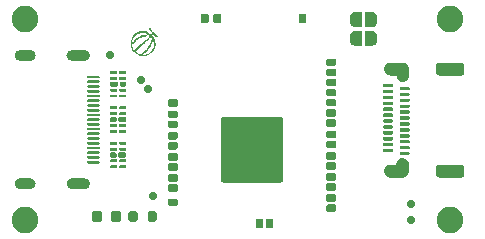
<source format=gbr>
%TF.GenerationSoftware,KiCad,Pcbnew,9.0.0-rc3*%
%TF.CreationDate,2025-02-11T14:32:45-05:00*%
%TF.ProjectId,melonHD,6d656c6f-6e48-4442-9e6b-696361645f70,rev?*%
%TF.SameCoordinates,PX7459280PY6422c40*%
%TF.FileFunction,Soldermask,Top*%
%TF.FilePolarity,Negative*%
%FSLAX46Y46*%
G04 Gerber Fmt 4.6, Leading zero omitted, Abs format (unit mm)*
G04 Created by KiCad (PCBNEW 9.0.0-rc3) date 2025-02-11 14:32:45*
%MOMM*%
%LPD*%
G01*
G04 APERTURE LIST*
%ADD10C,0.375000*%
%ADD11C,0.010000*%
%ADD12C,0.700000*%
%ADD13O,1.600000X0.600000*%
%ADD14O,1.690000X0.600000*%
%ADD15O,0.600000X1.200000*%
%ADD16C,2.250000*%
G04 APERTURE END LIST*
D10*
G36*
X12117103Y16804945D02*
G01*
X12173401Y16718994D01*
X12288933Y16543568D01*
X12373195Y16437177D01*
X12492030Y16310083D01*
X12652263Y16160420D01*
X12743499Y16090617D01*
X12784603Y16060229D01*
X12792873Y16044233D01*
X12790328Y16020740D01*
X12762362Y15975599D01*
X12731774Y15956006D01*
X12697458Y15953942D01*
X12654905Y15971342D01*
X12584220Y16025044D01*
X12454670Y16146915D01*
X12382518Y16219067D01*
X12288653Y16125203D01*
X12343284Y16063737D01*
X12423496Y15947192D01*
X12486232Y15824836D01*
X12532858Y15695615D01*
X12561690Y15565688D01*
X12573284Y15434054D01*
X12567653Y15302159D01*
X12544675Y15173212D01*
X12504068Y15046136D01*
X12446741Y14925869D01*
X12371931Y14812902D01*
X12278437Y14706441D01*
X12169041Y14610334D01*
X12052198Y14532722D01*
X11927071Y14472515D01*
X11795063Y14429100D01*
X11661616Y14403289D01*
X11525720Y14394711D01*
X11389822Y14403351D01*
X11256495Y14429144D01*
X11124736Y14472442D01*
X10999844Y14532393D01*
X10883371Y14609645D01*
X10774472Y14705266D01*
X10678336Y14814714D01*
X10600988Y14931316D01*
X10541280Y15055898D01*
X10498169Y15187404D01*
X10472364Y15320735D01*
X10463549Y15456882D01*
X10469930Y15560420D01*
X10578813Y15560420D01*
X10590164Y15565881D01*
X10656885Y15586946D01*
X10690053Y15602894D01*
X10726541Y15632968D01*
X10779096Y15705047D01*
X10842366Y15806632D01*
X10906445Y15889648D01*
X10943158Y15918116D01*
X10997461Y15944551D01*
X11117983Y15992995D01*
X11174799Y16022227D01*
X11215532Y16054578D01*
X11280858Y16114912D01*
X11319971Y16145281D01*
X11352643Y16163650D01*
X11402203Y16177947D01*
X11435952Y16175320D01*
X11492396Y16149410D01*
X11518599Y16138748D01*
X11549135Y16137740D01*
X11592987Y16146320D01*
X11622241Y16158145D01*
X11689549Y16181119D01*
X11748048Y16178403D01*
X11814989Y16158145D01*
X11859029Y16133042D01*
X11865195Y16120270D01*
X11852497Y16100232D01*
X11792784Y16053429D01*
X11739534Y16034246D01*
X11685367Y16029758D01*
X11638829Y16033218D01*
X11559924Y16042393D01*
X11534259Y16037549D01*
X11515591Y16025364D01*
X11472345Y15990057D01*
X11428538Y15968700D01*
X11336422Y15948368D01*
X11249369Y15932954D01*
X11210831Y15917195D01*
X11176263Y15890382D01*
X11141104Y15851847D01*
X11104918Y15812431D01*
X11060511Y15787842D01*
X10994011Y15760831D01*
X10938300Y15724792D01*
X10911624Y15689129D01*
X10886333Y15632454D01*
X10858911Y15574703D01*
X10821154Y15527052D01*
X10783206Y15497000D01*
X10731239Y15470754D01*
X10679612Y15445256D01*
X10645508Y15418787D01*
X10614482Y15381607D01*
X10580989Y15327111D01*
X10580978Y15327091D01*
X10602683Y15214617D01*
X10641544Y15097002D01*
X10695438Y14985567D01*
X10754422Y14897096D01*
X10787757Y14941541D01*
X10818504Y14966704D01*
X10846991Y14980076D01*
X10875799Y14994110D01*
X10910922Y15023455D01*
X10958999Y15081368D01*
X11014269Y15146620D01*
X11061777Y15188337D01*
X11108221Y15218405D01*
X11154665Y15248474D01*
X11202173Y15290190D01*
X11273958Y15370050D01*
X11338403Y15442715D01*
X11388851Y15485989D01*
X11433163Y15511198D01*
X11475381Y15533333D01*
X11506636Y15558394D01*
X11551337Y15615426D01*
X11607561Y15683981D01*
X11647648Y15718088D01*
X11680961Y15735948D01*
X11749443Y15760978D01*
X11782818Y15778217D01*
X11820054Y15809422D01*
X11852937Y15845534D01*
X11900427Y15896401D01*
X11940650Y15925027D01*
X11962081Y15930126D01*
X11977570Y15922604D01*
X11987287Y15901621D01*
X11983002Y15863884D01*
X11944907Y15778080D01*
X11891545Y15706662D01*
X11856977Y15678732D01*
X11821889Y15662402D01*
X11786339Y15645507D01*
X11747975Y15614031D01*
X11724094Y15585549D01*
X11712303Y15561917D01*
X11695127Y15511858D01*
X11681202Y15486225D01*
X11652041Y15452331D01*
X11597276Y15406349D01*
X11538418Y15373206D01*
X11479739Y15340308D01*
X11426410Y15295695D01*
X11393484Y15257530D01*
X11372167Y15221782D01*
X11351141Y15186263D01*
X11319686Y15149629D01*
X11269701Y15112709D01*
X11219569Y15088854D01*
X11163785Y15046282D01*
X11130043Y15007483D01*
X11108001Y14971561D01*
X11067044Y14911814D01*
X11004213Y14864544D01*
X10942337Y14818229D01*
X10899618Y14759949D01*
X10892300Y14746903D01*
X10949646Y14696469D01*
X11054095Y14626843D01*
X11165840Y14572706D01*
X11240078Y14548056D01*
X11260673Y14555824D01*
X11381122Y14585404D01*
X11439361Y14610324D01*
X11495920Y14655134D01*
X11531708Y14696861D01*
X11550896Y14731397D01*
X11570575Y14766310D01*
X11609176Y14810962D01*
X11654071Y14845667D01*
X11707165Y14867994D01*
X11759906Y14889698D01*
X11801117Y14920989D01*
X11822961Y14950066D01*
X11836789Y14986168D01*
X11857341Y15066467D01*
X11873776Y15105499D01*
X11902042Y15141555D01*
X11963991Y15196899D01*
X12011995Y15238443D01*
X12048065Y15281620D01*
X12067852Y15320431D01*
X12089211Y15400804D01*
X12100078Y15440966D01*
X12119526Y15485287D01*
X12156372Y15545916D01*
X12180301Y15596855D01*
X12183971Y15644859D01*
X12172887Y15694404D01*
X12161877Y15740646D01*
X12162420Y15760431D01*
X12168850Y15772281D01*
X12185713Y15779361D01*
X12206651Y15767363D01*
X12226281Y15742186D01*
X12247829Y15700790D01*
X12279538Y15604195D01*
X12287164Y15553945D01*
X12285777Y15511051D01*
X12276928Y15466615D01*
X12259499Y15429724D01*
X12212377Y15365279D01*
X12190415Y15333526D01*
X12174355Y15297604D01*
X12160042Y15224864D01*
X12151088Y15157630D01*
X12138278Y15126725D01*
X12112993Y15094873D01*
X12031299Y15025510D01*
X11987805Y14988408D01*
X11954596Y14949688D01*
X11931459Y14912114D01*
X11914813Y14872031D01*
X11896662Y14833069D01*
X11868498Y14797824D01*
X11791575Y14742627D01*
X11686099Y14680751D01*
X11606680Y14623205D01*
X11569833Y14572999D01*
X11530638Y14520445D01*
X11508973Y14503466D01*
X11525793Y14502389D01*
X11648105Y14510166D01*
X11767878Y14533552D01*
X11886040Y14572853D01*
X11997970Y14627200D01*
X12040202Y14655394D01*
X12045172Y14662254D01*
X12110938Y14707468D01*
X12124951Y14716683D01*
X12201146Y14783731D01*
X12221371Y14806761D01*
X12228084Y14816394D01*
X12244232Y14866159D01*
X12258986Y14916291D01*
X12285336Y14956588D01*
X12364682Y15047383D01*
X12404684Y15128343D01*
X12421579Y15191957D01*
X12421126Y15238443D01*
X12416886Y15282757D01*
X12420465Y15326450D01*
X12439036Y15399043D01*
X12445567Y15429831D01*
X12446082Y15484920D01*
X12439906Y15525571D01*
X12425236Y15559201D01*
X12384646Y15636785D01*
X12360865Y15709011D01*
X12348486Y15739595D01*
X12316605Y15778814D01*
X12268161Y15835479D01*
X12256669Y15859859D01*
X12259940Y15871591D01*
X12287721Y15884857D01*
X12331798Y15877830D01*
X12339143Y15873931D01*
X12329163Y15893477D01*
X12257151Y15998250D01*
X12212240Y16048790D01*
X12198431Y16034980D01*
X12215201Y16002226D01*
X12219937Y15972516D01*
X12214740Y15944901D01*
X12201073Y15924146D01*
X12169885Y15906560D01*
X12127306Y15907924D01*
X12082837Y15926997D01*
X12033428Y15966865D01*
X11993574Y16016293D01*
X11974854Y16060376D01*
X11973812Y16102560D01*
X11991516Y16133703D01*
X12015837Y16149061D01*
X12045986Y16151706D01*
X12085908Y16139281D01*
X12103012Y16156386D01*
X12068036Y16187486D01*
X11974454Y16252014D01*
X11992538Y16222948D01*
X11996347Y16199392D01*
X11987993Y16182881D01*
X11968631Y16173896D01*
X11940356Y16181192D01*
X11908027Y16203348D01*
X11853304Y16253565D01*
X11793703Y16308174D01*
X11761964Y16329495D01*
X11732561Y16339663D01*
X11693627Y16345055D01*
X11667676Y16341278D01*
X11640924Y16337250D01*
X11596111Y16341351D01*
X11508691Y16366381D01*
X11469473Y16375141D01*
X11416281Y16371739D01*
X11331210Y16347443D01*
X11236304Y16309202D01*
X11162317Y16283806D01*
X11047106Y16250494D01*
X10961196Y16208630D01*
X10898664Y16159613D01*
X10824310Y16082763D01*
X10733808Y15981691D01*
X10724574Y15970600D01*
X10697218Y15929557D01*
X10642939Y15817569D01*
X10603601Y15699404D01*
X10580062Y15579482D01*
X10578813Y15560420D01*
X10469930Y15560420D01*
X10471941Y15593049D01*
X10497759Y15726487D01*
X10541353Y15858233D01*
X10601751Y15983135D01*
X10679485Y16099861D01*
X10775646Y16209231D01*
X10882112Y16302715D01*
X10995103Y16377500D01*
X11115414Y16434789D01*
X11242489Y16475365D01*
X11371311Y16498215D01*
X11502966Y16503638D01*
X11634278Y16491886D01*
X11764187Y16463038D01*
X11893674Y16416513D01*
X12016298Y16354008D01*
X12132961Y16273966D01*
X12179378Y16232751D01*
X12279024Y16332396D01*
X12157473Y16471122D01*
X12105466Y16544121D01*
X12065577Y16609848D01*
X12035113Y16673715D01*
X12022711Y16717012D01*
X12024693Y16758483D01*
X12048915Y16794302D01*
X12076269Y16813991D01*
X12097610Y16816375D01*
X12117103Y16804945D01*
G37*
D11*
X38401000Y13819000D02*
X38414000Y13817000D01*
X38427000Y13815000D01*
X38440000Y13811000D01*
X38452000Y13808000D01*
X38465000Y13803000D01*
X38477000Y13798000D01*
X38488000Y13793000D01*
X38500000Y13787000D01*
X38511000Y13780000D01*
X38522000Y13772000D01*
X38532000Y13764000D01*
X38542000Y13756000D01*
X38552000Y13747000D01*
X38561000Y13737000D01*
X38569000Y13727000D01*
X38577000Y13717000D01*
X38585000Y13706000D01*
X38592000Y13695000D01*
X38598000Y13683000D01*
X38603000Y13672000D01*
X38608000Y13660000D01*
X38613000Y13647000D01*
X38616000Y13635000D01*
X38620000Y13622000D01*
X38622000Y13609000D01*
X38624000Y13596000D01*
X38625000Y13583000D01*
X38625000Y13570000D01*
X38625000Y13070000D01*
X38625000Y13057000D01*
X38624000Y13044000D01*
X38622000Y13031000D01*
X38620000Y13018000D01*
X38616000Y13005000D01*
X38613000Y12993000D01*
X38608000Y12980000D01*
X38603000Y12968000D01*
X38598000Y12957000D01*
X38592000Y12945000D01*
X38585000Y12934000D01*
X38577000Y12923000D01*
X38569000Y12913000D01*
X38561000Y12903000D01*
X38552000Y12893000D01*
X38542000Y12884000D01*
X38532000Y12876000D01*
X38522000Y12868000D01*
X38511000Y12860000D01*
X38500000Y12853000D01*
X38488000Y12847000D01*
X38477000Y12842000D01*
X38465000Y12837000D01*
X38452000Y12832000D01*
X38440000Y12829000D01*
X38427000Y12825000D01*
X38414000Y12823000D01*
X38401000Y12821000D01*
X38388000Y12820000D01*
X38375000Y12820000D01*
X36575000Y12820000D01*
X36562000Y12820000D01*
X36549000Y12821000D01*
X36536000Y12823000D01*
X36523000Y12825000D01*
X36510000Y12829000D01*
X36498000Y12832000D01*
X36485000Y12837000D01*
X36473000Y12842000D01*
X36462000Y12847000D01*
X36450000Y12853000D01*
X36439000Y12860000D01*
X36428000Y12868000D01*
X36418000Y12876000D01*
X36408000Y12884000D01*
X36398000Y12893000D01*
X36389000Y12903000D01*
X36381000Y12913000D01*
X36373000Y12923000D01*
X36365000Y12934000D01*
X36358000Y12945000D01*
X36352000Y12957000D01*
X36347000Y12968000D01*
X36342000Y12980000D01*
X36337000Y12993000D01*
X36334000Y13005000D01*
X36330000Y13018000D01*
X36328000Y13031000D01*
X36326000Y13044000D01*
X36325000Y13057000D01*
X36325000Y13070000D01*
X36325000Y13570000D01*
X36325000Y13583000D01*
X36326000Y13596000D01*
X36328000Y13609000D01*
X36330000Y13622000D01*
X36334000Y13635000D01*
X36337000Y13647000D01*
X36342000Y13660000D01*
X36347000Y13672000D01*
X36352000Y13683000D01*
X36358000Y13695000D01*
X36365000Y13706000D01*
X36373000Y13717000D01*
X36381000Y13727000D01*
X36389000Y13737000D01*
X36398000Y13747000D01*
X36408000Y13756000D01*
X36418000Y13764000D01*
X36428000Y13772000D01*
X36439000Y13780000D01*
X36450000Y13787000D01*
X36462000Y13793000D01*
X36473000Y13798000D01*
X36485000Y13803000D01*
X36498000Y13808000D01*
X36510000Y13811000D01*
X36523000Y13815000D01*
X36536000Y13817000D01*
X36549000Y13819000D01*
X36562000Y13820000D01*
X36575000Y13820000D01*
X38375000Y13820000D01*
X38388000Y13820000D01*
X38401000Y13819000D01*
G36*
X38401000Y13819000D02*
G01*
X38414000Y13817000D01*
X38427000Y13815000D01*
X38440000Y13811000D01*
X38452000Y13808000D01*
X38465000Y13803000D01*
X38477000Y13798000D01*
X38488000Y13793000D01*
X38500000Y13787000D01*
X38511000Y13780000D01*
X38522000Y13772000D01*
X38532000Y13764000D01*
X38542000Y13756000D01*
X38552000Y13747000D01*
X38561000Y13737000D01*
X38569000Y13727000D01*
X38577000Y13717000D01*
X38585000Y13706000D01*
X38592000Y13695000D01*
X38598000Y13683000D01*
X38603000Y13672000D01*
X38608000Y13660000D01*
X38613000Y13647000D01*
X38616000Y13635000D01*
X38620000Y13622000D01*
X38622000Y13609000D01*
X38624000Y13596000D01*
X38625000Y13583000D01*
X38625000Y13570000D01*
X38625000Y13070000D01*
X38625000Y13057000D01*
X38624000Y13044000D01*
X38622000Y13031000D01*
X38620000Y13018000D01*
X38616000Y13005000D01*
X38613000Y12993000D01*
X38608000Y12980000D01*
X38603000Y12968000D01*
X38598000Y12957000D01*
X38592000Y12945000D01*
X38585000Y12934000D01*
X38577000Y12923000D01*
X38569000Y12913000D01*
X38561000Y12903000D01*
X38552000Y12893000D01*
X38542000Y12884000D01*
X38532000Y12876000D01*
X38522000Y12868000D01*
X38511000Y12860000D01*
X38500000Y12853000D01*
X38488000Y12847000D01*
X38477000Y12842000D01*
X38465000Y12837000D01*
X38452000Y12832000D01*
X38440000Y12829000D01*
X38427000Y12825000D01*
X38414000Y12823000D01*
X38401000Y12821000D01*
X38388000Y12820000D01*
X38375000Y12820000D01*
X36575000Y12820000D01*
X36562000Y12820000D01*
X36549000Y12821000D01*
X36536000Y12823000D01*
X36523000Y12825000D01*
X36510000Y12829000D01*
X36498000Y12832000D01*
X36485000Y12837000D01*
X36473000Y12842000D01*
X36462000Y12847000D01*
X36450000Y12853000D01*
X36439000Y12860000D01*
X36428000Y12868000D01*
X36418000Y12876000D01*
X36408000Y12884000D01*
X36398000Y12893000D01*
X36389000Y12903000D01*
X36381000Y12913000D01*
X36373000Y12923000D01*
X36365000Y12934000D01*
X36358000Y12945000D01*
X36352000Y12957000D01*
X36347000Y12968000D01*
X36342000Y12980000D01*
X36337000Y12993000D01*
X36334000Y13005000D01*
X36330000Y13018000D01*
X36328000Y13031000D01*
X36326000Y13044000D01*
X36325000Y13057000D01*
X36325000Y13070000D01*
X36325000Y13570000D01*
X36325000Y13583000D01*
X36326000Y13596000D01*
X36328000Y13609000D01*
X36330000Y13622000D01*
X36334000Y13635000D01*
X36337000Y13647000D01*
X36342000Y13660000D01*
X36347000Y13672000D01*
X36352000Y13683000D01*
X36358000Y13695000D01*
X36365000Y13706000D01*
X36373000Y13717000D01*
X36381000Y13727000D01*
X36389000Y13737000D01*
X36398000Y13747000D01*
X36408000Y13756000D01*
X36418000Y13764000D01*
X36428000Y13772000D01*
X36439000Y13780000D01*
X36450000Y13787000D01*
X36462000Y13793000D01*
X36473000Y13798000D01*
X36485000Y13803000D01*
X36498000Y13808000D01*
X36510000Y13811000D01*
X36523000Y13815000D01*
X36536000Y13817000D01*
X36549000Y13819000D01*
X36562000Y13820000D01*
X36575000Y13820000D01*
X38375000Y13820000D01*
X38388000Y13820000D01*
X38401000Y13819000D01*
G37*
X38401000Y5179000D02*
X38414000Y5177000D01*
X38427000Y5175000D01*
X38440000Y5171000D01*
X38452000Y5168000D01*
X38465000Y5163000D01*
X38477000Y5158000D01*
X38488000Y5153000D01*
X38500000Y5147000D01*
X38511000Y5140000D01*
X38522000Y5132000D01*
X38532000Y5124000D01*
X38542000Y5116000D01*
X38552000Y5107000D01*
X38561000Y5097000D01*
X38569000Y5087000D01*
X38577000Y5077000D01*
X38585000Y5066000D01*
X38592000Y5055000D01*
X38598000Y5043000D01*
X38603000Y5032000D01*
X38608000Y5020000D01*
X38613000Y5007000D01*
X38616000Y4995000D01*
X38620000Y4982000D01*
X38622000Y4969000D01*
X38624000Y4956000D01*
X38625000Y4943000D01*
X38625000Y4930000D01*
X38625000Y4430000D01*
X38625000Y4417000D01*
X38624000Y4404000D01*
X38622000Y4391000D01*
X38620000Y4378000D01*
X38616000Y4365000D01*
X38613000Y4353000D01*
X38608000Y4340000D01*
X38603000Y4328000D01*
X38598000Y4317000D01*
X38592000Y4305000D01*
X38585000Y4294000D01*
X38577000Y4283000D01*
X38569000Y4273000D01*
X38561000Y4263000D01*
X38552000Y4253000D01*
X38542000Y4244000D01*
X38532000Y4236000D01*
X38522000Y4228000D01*
X38511000Y4220000D01*
X38500000Y4213000D01*
X38488000Y4207000D01*
X38477000Y4202000D01*
X38465000Y4197000D01*
X38452000Y4192000D01*
X38440000Y4189000D01*
X38427000Y4185000D01*
X38414000Y4183000D01*
X38401000Y4181000D01*
X38388000Y4180000D01*
X38375000Y4180000D01*
X36575000Y4180000D01*
X36562000Y4180000D01*
X36549000Y4181000D01*
X36536000Y4183000D01*
X36523000Y4185000D01*
X36510000Y4189000D01*
X36498000Y4192000D01*
X36485000Y4197000D01*
X36473000Y4202000D01*
X36462000Y4207000D01*
X36450000Y4213000D01*
X36439000Y4220000D01*
X36428000Y4228000D01*
X36418000Y4236000D01*
X36408000Y4244000D01*
X36398000Y4253000D01*
X36389000Y4263000D01*
X36381000Y4273000D01*
X36373000Y4283000D01*
X36365000Y4294000D01*
X36358000Y4305000D01*
X36352000Y4317000D01*
X36347000Y4328000D01*
X36342000Y4340000D01*
X36337000Y4353000D01*
X36334000Y4365000D01*
X36330000Y4378000D01*
X36328000Y4391000D01*
X36326000Y4404000D01*
X36325000Y4417000D01*
X36325000Y4430000D01*
X36325000Y4930000D01*
X36325000Y4943000D01*
X36326000Y4956000D01*
X36328000Y4969000D01*
X36330000Y4982000D01*
X36334000Y4995000D01*
X36337000Y5007000D01*
X36342000Y5020000D01*
X36347000Y5032000D01*
X36352000Y5043000D01*
X36358000Y5055000D01*
X36365000Y5066000D01*
X36373000Y5077000D01*
X36381000Y5087000D01*
X36389000Y5097000D01*
X36398000Y5107000D01*
X36408000Y5116000D01*
X36418000Y5124000D01*
X36428000Y5132000D01*
X36439000Y5140000D01*
X36450000Y5147000D01*
X36462000Y5153000D01*
X36473000Y5158000D01*
X36485000Y5163000D01*
X36498000Y5168000D01*
X36510000Y5171000D01*
X36523000Y5175000D01*
X36536000Y5177000D01*
X36549000Y5179000D01*
X36562000Y5180000D01*
X36575000Y5180000D01*
X38375000Y5180000D01*
X38388000Y5180000D01*
X38401000Y5179000D01*
G36*
X38401000Y5179000D02*
G01*
X38414000Y5177000D01*
X38427000Y5175000D01*
X38440000Y5171000D01*
X38452000Y5168000D01*
X38465000Y5163000D01*
X38477000Y5158000D01*
X38488000Y5153000D01*
X38500000Y5147000D01*
X38511000Y5140000D01*
X38522000Y5132000D01*
X38532000Y5124000D01*
X38542000Y5116000D01*
X38552000Y5107000D01*
X38561000Y5097000D01*
X38569000Y5087000D01*
X38577000Y5077000D01*
X38585000Y5066000D01*
X38592000Y5055000D01*
X38598000Y5043000D01*
X38603000Y5032000D01*
X38608000Y5020000D01*
X38613000Y5007000D01*
X38616000Y4995000D01*
X38620000Y4982000D01*
X38622000Y4969000D01*
X38624000Y4956000D01*
X38625000Y4943000D01*
X38625000Y4930000D01*
X38625000Y4430000D01*
X38625000Y4417000D01*
X38624000Y4404000D01*
X38622000Y4391000D01*
X38620000Y4378000D01*
X38616000Y4365000D01*
X38613000Y4353000D01*
X38608000Y4340000D01*
X38603000Y4328000D01*
X38598000Y4317000D01*
X38592000Y4305000D01*
X38585000Y4294000D01*
X38577000Y4283000D01*
X38569000Y4273000D01*
X38561000Y4263000D01*
X38552000Y4253000D01*
X38542000Y4244000D01*
X38532000Y4236000D01*
X38522000Y4228000D01*
X38511000Y4220000D01*
X38500000Y4213000D01*
X38488000Y4207000D01*
X38477000Y4202000D01*
X38465000Y4197000D01*
X38452000Y4192000D01*
X38440000Y4189000D01*
X38427000Y4185000D01*
X38414000Y4183000D01*
X38401000Y4181000D01*
X38388000Y4180000D01*
X38375000Y4180000D01*
X36575000Y4180000D01*
X36562000Y4180000D01*
X36549000Y4181000D01*
X36536000Y4183000D01*
X36523000Y4185000D01*
X36510000Y4189000D01*
X36498000Y4192000D01*
X36485000Y4197000D01*
X36473000Y4202000D01*
X36462000Y4207000D01*
X36450000Y4213000D01*
X36439000Y4220000D01*
X36428000Y4228000D01*
X36418000Y4236000D01*
X36408000Y4244000D01*
X36398000Y4253000D01*
X36389000Y4263000D01*
X36381000Y4273000D01*
X36373000Y4283000D01*
X36365000Y4294000D01*
X36358000Y4305000D01*
X36352000Y4317000D01*
X36347000Y4328000D01*
X36342000Y4340000D01*
X36337000Y4353000D01*
X36334000Y4365000D01*
X36330000Y4378000D01*
X36328000Y4391000D01*
X36326000Y4404000D01*
X36325000Y4417000D01*
X36325000Y4430000D01*
X36325000Y4930000D01*
X36325000Y4943000D01*
X36326000Y4956000D01*
X36328000Y4969000D01*
X36330000Y4982000D01*
X36334000Y4995000D01*
X36337000Y5007000D01*
X36342000Y5020000D01*
X36347000Y5032000D01*
X36352000Y5043000D01*
X36358000Y5055000D01*
X36365000Y5066000D01*
X36373000Y5077000D01*
X36381000Y5087000D01*
X36389000Y5097000D01*
X36398000Y5107000D01*
X36408000Y5116000D01*
X36418000Y5124000D01*
X36428000Y5132000D01*
X36439000Y5140000D01*
X36450000Y5147000D01*
X36462000Y5153000D01*
X36473000Y5158000D01*
X36485000Y5163000D01*
X36498000Y5168000D01*
X36510000Y5171000D01*
X36523000Y5175000D01*
X36536000Y5177000D01*
X36549000Y5179000D01*
X36562000Y5180000D01*
X36575000Y5180000D01*
X38375000Y5180000D01*
X38388000Y5180000D01*
X38401000Y5179000D01*
G37*
X33451000Y13819000D02*
X33477000Y13817000D01*
X33503000Y13814000D01*
X33529000Y13809000D01*
X33554000Y13803000D01*
X33580000Y13796000D01*
X33604000Y13787000D01*
X33628000Y13777000D01*
X33652000Y13766000D01*
X33675000Y13753000D01*
X33697000Y13739000D01*
X33719000Y13725000D01*
X33740000Y13709000D01*
X33760000Y13692000D01*
X33779000Y13674000D01*
X33797000Y13655000D01*
X33814000Y13635000D01*
X33830000Y13614000D01*
X33844000Y13592000D01*
X33858000Y13570000D01*
X33871000Y13547000D01*
X33882000Y13523000D01*
X33892000Y13499000D01*
X33901000Y13475000D01*
X33908000Y13449000D01*
X33914000Y13424000D01*
X33919000Y13398000D01*
X33922000Y13372000D01*
X33924000Y13346000D01*
X33925000Y13320000D01*
X33925000Y12780000D01*
X33924000Y12754000D01*
X33922000Y12728000D01*
X33919000Y12702000D01*
X33914000Y12676000D01*
X33908000Y12651000D01*
X33901000Y12625000D01*
X33892000Y12601000D01*
X33882000Y12577000D01*
X33871000Y12553000D01*
X33858000Y12530000D01*
X33844000Y12508000D01*
X33830000Y12486000D01*
X33814000Y12465000D01*
X33797000Y12445000D01*
X33779000Y12426000D01*
X33760000Y12408000D01*
X33740000Y12391000D01*
X33719000Y12375000D01*
X33697000Y12361000D01*
X33675000Y12347000D01*
X33652000Y12334000D01*
X33628000Y12323000D01*
X33604000Y12313000D01*
X33580000Y12304000D01*
X33554000Y12297000D01*
X33529000Y12291000D01*
X33503000Y12286000D01*
X33477000Y12283000D01*
X33451000Y12281000D01*
X33425000Y12280000D01*
X33398000Y12281000D01*
X33375000Y12283000D01*
X33351000Y12287000D01*
X33328000Y12292000D01*
X33305000Y12298000D01*
X33282000Y12305000D01*
X33260000Y12313000D01*
X33238000Y12323000D01*
X33216000Y12333000D01*
X33196000Y12345000D01*
X33176000Y12358000D01*
X33156000Y12372000D01*
X33138000Y12386000D01*
X33120000Y12402000D01*
X33103000Y12419000D01*
X33087000Y12436000D01*
X33071000Y12455000D01*
X33057000Y12474000D01*
X33044000Y12494000D01*
X33032000Y12514000D01*
X33021000Y12536000D01*
X33011000Y12557000D01*
X33002000Y12579000D01*
X32995000Y12602000D01*
X32988000Y12625000D01*
X32983000Y12648000D01*
X32979000Y12672000D01*
X32977000Y12695000D01*
X32975000Y12719000D01*
X32975000Y12740000D01*
X32975000Y12780000D01*
X32975000Y12782000D01*
X32975000Y12784000D01*
X32975000Y12786000D01*
X32974000Y12788000D01*
X32974000Y12790000D01*
X32973000Y12792000D01*
X32972000Y12794000D01*
X32972000Y12796000D01*
X32971000Y12798000D01*
X32970000Y12800000D01*
X32969000Y12802000D01*
X32967000Y12804000D01*
X32966000Y12805000D01*
X32965000Y12807000D01*
X32963000Y12808000D01*
X32962000Y12810000D01*
X32960000Y12811000D01*
X32959000Y12812000D01*
X32957000Y12814000D01*
X32955000Y12815000D01*
X32953000Y12816000D01*
X32951000Y12817000D01*
X32949000Y12817000D01*
X32947000Y12818000D01*
X32945000Y12819000D01*
X32943000Y12819000D01*
X32941000Y12820000D01*
X32939000Y12820000D01*
X32937000Y12820000D01*
X32935000Y12820000D01*
X32435000Y12820000D01*
X32409000Y12821000D01*
X32383000Y12823000D01*
X32357000Y12826000D01*
X32331000Y12831000D01*
X32306000Y12837000D01*
X32280000Y12844000D01*
X32256000Y12853000D01*
X32232000Y12863000D01*
X32208000Y12874000D01*
X32185000Y12887000D01*
X32163000Y12901000D01*
X32141000Y12915000D01*
X32120000Y12931000D01*
X32100000Y12948000D01*
X32081000Y12966000D01*
X32063000Y12985000D01*
X32046000Y13005000D01*
X32030000Y13026000D01*
X32016000Y13048000D01*
X32002000Y13070000D01*
X31989000Y13093000D01*
X31978000Y13117000D01*
X31968000Y13141000D01*
X31959000Y13165000D01*
X31952000Y13191000D01*
X31946000Y13216000D01*
X31941000Y13242000D01*
X31938000Y13268000D01*
X31936000Y13294000D01*
X31935000Y13320000D01*
X31936000Y13346000D01*
X31938000Y13372000D01*
X31941000Y13398000D01*
X31946000Y13424000D01*
X31952000Y13449000D01*
X31959000Y13475000D01*
X31968000Y13499000D01*
X31978000Y13523000D01*
X31989000Y13547000D01*
X32002000Y13570000D01*
X32016000Y13592000D01*
X32030000Y13614000D01*
X32046000Y13635000D01*
X32063000Y13655000D01*
X32081000Y13674000D01*
X32100000Y13692000D01*
X32120000Y13709000D01*
X32141000Y13725000D01*
X32163000Y13739000D01*
X32185000Y13753000D01*
X32208000Y13766000D01*
X32232000Y13777000D01*
X32256000Y13787000D01*
X32280000Y13796000D01*
X32306000Y13803000D01*
X32331000Y13809000D01*
X32357000Y13814000D01*
X32383000Y13817000D01*
X32409000Y13819000D01*
X32435000Y13820000D01*
X33425000Y13820000D01*
X33451000Y13819000D01*
G36*
X33451000Y13819000D02*
G01*
X33477000Y13817000D01*
X33503000Y13814000D01*
X33529000Y13809000D01*
X33554000Y13803000D01*
X33580000Y13796000D01*
X33604000Y13787000D01*
X33628000Y13777000D01*
X33652000Y13766000D01*
X33675000Y13753000D01*
X33697000Y13739000D01*
X33719000Y13725000D01*
X33740000Y13709000D01*
X33760000Y13692000D01*
X33779000Y13674000D01*
X33797000Y13655000D01*
X33814000Y13635000D01*
X33830000Y13614000D01*
X33844000Y13592000D01*
X33858000Y13570000D01*
X33871000Y13547000D01*
X33882000Y13523000D01*
X33892000Y13499000D01*
X33901000Y13475000D01*
X33908000Y13449000D01*
X33914000Y13424000D01*
X33919000Y13398000D01*
X33922000Y13372000D01*
X33924000Y13346000D01*
X33925000Y13320000D01*
X33925000Y12780000D01*
X33924000Y12754000D01*
X33922000Y12728000D01*
X33919000Y12702000D01*
X33914000Y12676000D01*
X33908000Y12651000D01*
X33901000Y12625000D01*
X33892000Y12601000D01*
X33882000Y12577000D01*
X33871000Y12553000D01*
X33858000Y12530000D01*
X33844000Y12508000D01*
X33830000Y12486000D01*
X33814000Y12465000D01*
X33797000Y12445000D01*
X33779000Y12426000D01*
X33760000Y12408000D01*
X33740000Y12391000D01*
X33719000Y12375000D01*
X33697000Y12361000D01*
X33675000Y12347000D01*
X33652000Y12334000D01*
X33628000Y12323000D01*
X33604000Y12313000D01*
X33580000Y12304000D01*
X33554000Y12297000D01*
X33529000Y12291000D01*
X33503000Y12286000D01*
X33477000Y12283000D01*
X33451000Y12281000D01*
X33425000Y12280000D01*
X33398000Y12281000D01*
X33375000Y12283000D01*
X33351000Y12287000D01*
X33328000Y12292000D01*
X33305000Y12298000D01*
X33282000Y12305000D01*
X33260000Y12313000D01*
X33238000Y12323000D01*
X33216000Y12333000D01*
X33196000Y12345000D01*
X33176000Y12358000D01*
X33156000Y12372000D01*
X33138000Y12386000D01*
X33120000Y12402000D01*
X33103000Y12419000D01*
X33087000Y12436000D01*
X33071000Y12455000D01*
X33057000Y12474000D01*
X33044000Y12494000D01*
X33032000Y12514000D01*
X33021000Y12536000D01*
X33011000Y12557000D01*
X33002000Y12579000D01*
X32995000Y12602000D01*
X32988000Y12625000D01*
X32983000Y12648000D01*
X32979000Y12672000D01*
X32977000Y12695000D01*
X32975000Y12719000D01*
X32975000Y12740000D01*
X32975000Y12780000D01*
X32975000Y12782000D01*
X32975000Y12784000D01*
X32975000Y12786000D01*
X32974000Y12788000D01*
X32974000Y12790000D01*
X32973000Y12792000D01*
X32972000Y12794000D01*
X32972000Y12796000D01*
X32971000Y12798000D01*
X32970000Y12800000D01*
X32969000Y12802000D01*
X32967000Y12804000D01*
X32966000Y12805000D01*
X32965000Y12807000D01*
X32963000Y12808000D01*
X32962000Y12810000D01*
X32960000Y12811000D01*
X32959000Y12812000D01*
X32957000Y12814000D01*
X32955000Y12815000D01*
X32953000Y12816000D01*
X32951000Y12817000D01*
X32949000Y12817000D01*
X32947000Y12818000D01*
X32945000Y12819000D01*
X32943000Y12819000D01*
X32941000Y12820000D01*
X32939000Y12820000D01*
X32937000Y12820000D01*
X32935000Y12820000D01*
X32435000Y12820000D01*
X32409000Y12821000D01*
X32383000Y12823000D01*
X32357000Y12826000D01*
X32331000Y12831000D01*
X32306000Y12837000D01*
X32280000Y12844000D01*
X32256000Y12853000D01*
X32232000Y12863000D01*
X32208000Y12874000D01*
X32185000Y12887000D01*
X32163000Y12901000D01*
X32141000Y12915000D01*
X32120000Y12931000D01*
X32100000Y12948000D01*
X32081000Y12966000D01*
X32063000Y12985000D01*
X32046000Y13005000D01*
X32030000Y13026000D01*
X32016000Y13048000D01*
X32002000Y13070000D01*
X31989000Y13093000D01*
X31978000Y13117000D01*
X31968000Y13141000D01*
X31959000Y13165000D01*
X31952000Y13191000D01*
X31946000Y13216000D01*
X31941000Y13242000D01*
X31938000Y13268000D01*
X31936000Y13294000D01*
X31935000Y13320000D01*
X31936000Y13346000D01*
X31938000Y13372000D01*
X31941000Y13398000D01*
X31946000Y13424000D01*
X31952000Y13449000D01*
X31959000Y13475000D01*
X31968000Y13499000D01*
X31978000Y13523000D01*
X31989000Y13547000D01*
X32002000Y13570000D01*
X32016000Y13592000D01*
X32030000Y13614000D01*
X32046000Y13635000D01*
X32063000Y13655000D01*
X32081000Y13674000D01*
X32100000Y13692000D01*
X32120000Y13709000D01*
X32141000Y13725000D01*
X32163000Y13739000D01*
X32185000Y13753000D01*
X32208000Y13766000D01*
X32232000Y13777000D01*
X32256000Y13787000D01*
X32280000Y13796000D01*
X32306000Y13803000D01*
X32331000Y13809000D01*
X32357000Y13814000D01*
X32383000Y13817000D01*
X32409000Y13819000D01*
X32435000Y13820000D01*
X33425000Y13820000D01*
X33451000Y13819000D01*
G37*
X33451000Y5719000D02*
X33477000Y5717000D01*
X33503000Y5714000D01*
X33529000Y5709000D01*
X33554000Y5703000D01*
X33580000Y5696000D01*
X33604000Y5687000D01*
X33628000Y5677000D01*
X33652000Y5666000D01*
X33675000Y5653000D01*
X33697000Y5639000D01*
X33719000Y5625000D01*
X33740000Y5609000D01*
X33760000Y5592000D01*
X33779000Y5574000D01*
X33797000Y5555000D01*
X33814000Y5535000D01*
X33830000Y5514000D01*
X33844000Y5492000D01*
X33858000Y5470000D01*
X33871000Y5447000D01*
X33882000Y5423000D01*
X33892000Y5399000D01*
X33901000Y5375000D01*
X33908000Y5349000D01*
X33914000Y5324000D01*
X33919000Y5298000D01*
X33922000Y5272000D01*
X33924000Y5246000D01*
X33925000Y5220000D01*
X33925000Y4680000D01*
X33924000Y4654000D01*
X33922000Y4628000D01*
X33919000Y4602000D01*
X33914000Y4576000D01*
X33908000Y4551000D01*
X33901000Y4525000D01*
X33892000Y4501000D01*
X33882000Y4477000D01*
X33871000Y4453000D01*
X33858000Y4430000D01*
X33844000Y4408000D01*
X33830000Y4386000D01*
X33814000Y4365000D01*
X33797000Y4345000D01*
X33779000Y4326000D01*
X33760000Y4308000D01*
X33740000Y4291000D01*
X33719000Y4275000D01*
X33697000Y4261000D01*
X33675000Y4247000D01*
X33652000Y4234000D01*
X33628000Y4223000D01*
X33604000Y4213000D01*
X33580000Y4204000D01*
X33554000Y4197000D01*
X33529000Y4191000D01*
X33503000Y4186000D01*
X33477000Y4183000D01*
X33451000Y4181000D01*
X33425000Y4180000D01*
X32925000Y4180000D01*
X32425000Y4180000D01*
X32399000Y4181000D01*
X32373000Y4183000D01*
X32347000Y4186000D01*
X32321000Y4191000D01*
X32296000Y4197000D01*
X32270000Y4204000D01*
X32246000Y4213000D01*
X32222000Y4223000D01*
X32198000Y4234000D01*
X32175000Y4247000D01*
X32153000Y4261000D01*
X32131000Y4275000D01*
X32110000Y4291000D01*
X32090000Y4308000D01*
X32071000Y4326000D01*
X32053000Y4345000D01*
X32036000Y4365000D01*
X32020000Y4386000D01*
X32006000Y4408000D01*
X31992000Y4430000D01*
X31979000Y4453000D01*
X31968000Y4477000D01*
X31958000Y4501000D01*
X31949000Y4525000D01*
X31942000Y4551000D01*
X31936000Y4576000D01*
X31931000Y4602000D01*
X31928000Y4628000D01*
X31926000Y4654000D01*
X31925000Y4680000D01*
X31926000Y4706000D01*
X31928000Y4732000D01*
X31931000Y4758000D01*
X31936000Y4784000D01*
X31942000Y4809000D01*
X31949000Y4835000D01*
X31958000Y4859000D01*
X31968000Y4883000D01*
X31979000Y4907000D01*
X31992000Y4930000D01*
X32006000Y4952000D01*
X32020000Y4974000D01*
X32036000Y4995000D01*
X32053000Y5015000D01*
X32071000Y5034000D01*
X32090000Y5052000D01*
X32110000Y5069000D01*
X32131000Y5085000D01*
X32153000Y5099000D01*
X32175000Y5113000D01*
X32198000Y5126000D01*
X32222000Y5137000D01*
X32246000Y5147000D01*
X32270000Y5156000D01*
X32296000Y5163000D01*
X32321000Y5169000D01*
X32347000Y5174000D01*
X32373000Y5177000D01*
X32399000Y5179000D01*
X32425000Y5180000D01*
X32925000Y5180000D01*
X32927000Y5180000D01*
X32929000Y5180000D01*
X32931000Y5180000D01*
X32933000Y5181000D01*
X32935000Y5181000D01*
X32937000Y5182000D01*
X32939000Y5183000D01*
X32941000Y5183000D01*
X32943000Y5184000D01*
X32945000Y5185000D01*
X32947000Y5186000D01*
X32949000Y5188000D01*
X32950000Y5189000D01*
X32952000Y5190000D01*
X32953000Y5192000D01*
X32955000Y5193000D01*
X32956000Y5195000D01*
X32957000Y5196000D01*
X32959000Y5198000D01*
X32960000Y5200000D01*
X32961000Y5202000D01*
X32962000Y5204000D01*
X32962000Y5206000D01*
X32963000Y5208000D01*
X32964000Y5210000D01*
X32964000Y5212000D01*
X32965000Y5214000D01*
X32965000Y5216000D01*
X32965000Y5218000D01*
X32965000Y5220000D01*
X32965000Y5260000D01*
X32966000Y5284000D01*
X32968000Y5308000D01*
X32971000Y5332000D01*
X32975000Y5356000D01*
X32981000Y5379000D01*
X32988000Y5402000D01*
X32996000Y5425000D01*
X33005000Y5447000D01*
X33015000Y5469000D01*
X33027000Y5490000D01*
X33039000Y5511000D01*
X33053000Y5530000D01*
X33068000Y5549000D01*
X33083000Y5568000D01*
X33100000Y5585000D01*
X33117000Y5602000D01*
X33136000Y5617000D01*
X33155000Y5632000D01*
X33174000Y5646000D01*
X33195000Y5658000D01*
X33216000Y5670000D01*
X33238000Y5680000D01*
X33260000Y5689000D01*
X33283000Y5697000D01*
X33306000Y5704000D01*
X33329000Y5710000D01*
X33353000Y5714000D01*
X33377000Y5717000D01*
X33401000Y5719000D01*
X33425000Y5720000D01*
X33451000Y5719000D01*
G36*
X33451000Y5719000D02*
G01*
X33477000Y5717000D01*
X33503000Y5714000D01*
X33529000Y5709000D01*
X33554000Y5703000D01*
X33580000Y5696000D01*
X33604000Y5687000D01*
X33628000Y5677000D01*
X33652000Y5666000D01*
X33675000Y5653000D01*
X33697000Y5639000D01*
X33719000Y5625000D01*
X33740000Y5609000D01*
X33760000Y5592000D01*
X33779000Y5574000D01*
X33797000Y5555000D01*
X33814000Y5535000D01*
X33830000Y5514000D01*
X33844000Y5492000D01*
X33858000Y5470000D01*
X33871000Y5447000D01*
X33882000Y5423000D01*
X33892000Y5399000D01*
X33901000Y5375000D01*
X33908000Y5349000D01*
X33914000Y5324000D01*
X33919000Y5298000D01*
X33922000Y5272000D01*
X33924000Y5246000D01*
X33925000Y5220000D01*
X33925000Y4680000D01*
X33924000Y4654000D01*
X33922000Y4628000D01*
X33919000Y4602000D01*
X33914000Y4576000D01*
X33908000Y4551000D01*
X33901000Y4525000D01*
X33892000Y4501000D01*
X33882000Y4477000D01*
X33871000Y4453000D01*
X33858000Y4430000D01*
X33844000Y4408000D01*
X33830000Y4386000D01*
X33814000Y4365000D01*
X33797000Y4345000D01*
X33779000Y4326000D01*
X33760000Y4308000D01*
X33740000Y4291000D01*
X33719000Y4275000D01*
X33697000Y4261000D01*
X33675000Y4247000D01*
X33652000Y4234000D01*
X33628000Y4223000D01*
X33604000Y4213000D01*
X33580000Y4204000D01*
X33554000Y4197000D01*
X33529000Y4191000D01*
X33503000Y4186000D01*
X33477000Y4183000D01*
X33451000Y4181000D01*
X33425000Y4180000D01*
X32925000Y4180000D01*
X32425000Y4180000D01*
X32399000Y4181000D01*
X32373000Y4183000D01*
X32347000Y4186000D01*
X32321000Y4191000D01*
X32296000Y4197000D01*
X32270000Y4204000D01*
X32246000Y4213000D01*
X32222000Y4223000D01*
X32198000Y4234000D01*
X32175000Y4247000D01*
X32153000Y4261000D01*
X32131000Y4275000D01*
X32110000Y4291000D01*
X32090000Y4308000D01*
X32071000Y4326000D01*
X32053000Y4345000D01*
X32036000Y4365000D01*
X32020000Y4386000D01*
X32006000Y4408000D01*
X31992000Y4430000D01*
X31979000Y4453000D01*
X31968000Y4477000D01*
X31958000Y4501000D01*
X31949000Y4525000D01*
X31942000Y4551000D01*
X31936000Y4576000D01*
X31931000Y4602000D01*
X31928000Y4628000D01*
X31926000Y4654000D01*
X31925000Y4680000D01*
X31926000Y4706000D01*
X31928000Y4732000D01*
X31931000Y4758000D01*
X31936000Y4784000D01*
X31942000Y4809000D01*
X31949000Y4835000D01*
X31958000Y4859000D01*
X31968000Y4883000D01*
X31979000Y4907000D01*
X31992000Y4930000D01*
X32006000Y4952000D01*
X32020000Y4974000D01*
X32036000Y4995000D01*
X32053000Y5015000D01*
X32071000Y5034000D01*
X32090000Y5052000D01*
X32110000Y5069000D01*
X32131000Y5085000D01*
X32153000Y5099000D01*
X32175000Y5113000D01*
X32198000Y5126000D01*
X32222000Y5137000D01*
X32246000Y5147000D01*
X32270000Y5156000D01*
X32296000Y5163000D01*
X32321000Y5169000D01*
X32347000Y5174000D01*
X32373000Y5177000D01*
X32399000Y5179000D01*
X32425000Y5180000D01*
X32925000Y5180000D01*
X32927000Y5180000D01*
X32929000Y5180000D01*
X32931000Y5180000D01*
X32933000Y5181000D01*
X32935000Y5181000D01*
X32937000Y5182000D01*
X32939000Y5183000D01*
X32941000Y5183000D01*
X32943000Y5184000D01*
X32945000Y5185000D01*
X32947000Y5186000D01*
X32949000Y5188000D01*
X32950000Y5189000D01*
X32952000Y5190000D01*
X32953000Y5192000D01*
X32955000Y5193000D01*
X32956000Y5195000D01*
X32957000Y5196000D01*
X32959000Y5198000D01*
X32960000Y5200000D01*
X32961000Y5202000D01*
X32962000Y5204000D01*
X32962000Y5206000D01*
X32963000Y5208000D01*
X32964000Y5210000D01*
X32964000Y5212000D01*
X32965000Y5214000D01*
X32965000Y5216000D01*
X32965000Y5218000D01*
X32965000Y5220000D01*
X32965000Y5260000D01*
X32966000Y5284000D01*
X32968000Y5308000D01*
X32971000Y5332000D01*
X32975000Y5356000D01*
X32981000Y5379000D01*
X32988000Y5402000D01*
X32996000Y5425000D01*
X33005000Y5447000D01*
X33015000Y5469000D01*
X33027000Y5490000D01*
X33039000Y5511000D01*
X33053000Y5530000D01*
X33068000Y5549000D01*
X33083000Y5568000D01*
X33100000Y5585000D01*
X33117000Y5602000D01*
X33136000Y5617000D01*
X33155000Y5632000D01*
X33174000Y5646000D01*
X33195000Y5658000D01*
X33216000Y5670000D01*
X33238000Y5680000D01*
X33260000Y5689000D01*
X33283000Y5697000D01*
X33306000Y5704000D01*
X33329000Y5710000D01*
X33353000Y5714000D01*
X33377000Y5717000D01*
X33401000Y5719000D01*
X33425000Y5720000D01*
X33451000Y5719000D01*
G37*
G36*
G01*
X7187500Y543750D02*
X7187500Y1056250D01*
G75*
G02*
X7406250Y1275000I218750J0D01*
G01*
X7843750Y1275000D01*
G75*
G02*
X8062500Y1056250I0J-218750D01*
G01*
X8062500Y543750D01*
G75*
G02*
X7843750Y325000I-218750J0D01*
G01*
X7406250Y325000D01*
G75*
G02*
X7187500Y543750I0J218750D01*
G01*
G37*
G36*
G01*
X8762500Y543750D02*
X8762500Y1056250D01*
G75*
G02*
X8981250Y1275000I218750J0D01*
G01*
X9418750Y1275000D01*
G75*
G02*
X9637500Y1056250I0J-218750D01*
G01*
X9637500Y543750D01*
G75*
G02*
X9418750Y325000I-218750J0D01*
G01*
X8981250Y325000D01*
G75*
G02*
X8762500Y543750I0J218750D01*
G01*
G37*
G36*
X30033614Y15242001D02*
G01*
X29533614Y15242001D01*
X29533614Y15246279D01*
X29468351Y15246279D01*
X29342272Y15280061D01*
X29229233Y15345324D01*
X29136937Y15437620D01*
X29071674Y15550659D01*
X29037892Y15676738D01*
X29037892Y15742001D01*
X29033614Y15742001D01*
X29033614Y16042001D01*
X29037892Y16042001D01*
X29037892Y16107264D01*
X29071674Y16233343D01*
X29136937Y16346382D01*
X29229233Y16438678D01*
X29342272Y16503941D01*
X29468351Y16537723D01*
X29533614Y16537723D01*
X29533614Y16542001D01*
X30033614Y16542001D01*
X30033614Y15242001D01*
G37*
G36*
X30833614Y16537723D02*
G01*
X30898877Y16537723D01*
X31024956Y16503941D01*
X31137995Y16438678D01*
X31230291Y16346382D01*
X31295554Y16233343D01*
X31329336Y16107264D01*
X31329336Y16042001D01*
X31333614Y16042001D01*
X31333614Y15742001D01*
X31329336Y15742001D01*
X31329336Y15676738D01*
X31295554Y15550659D01*
X31230291Y15437620D01*
X31137995Y15345324D01*
X31024956Y15280061D01*
X30898877Y15246279D01*
X30833614Y15246279D01*
X30833614Y15242001D01*
X30333614Y15242001D01*
X30333614Y16542001D01*
X30833614Y16542001D01*
X30833614Y16537723D01*
G37*
G36*
G01*
X18011114Y17167001D02*
X17556114Y17167001D01*
G75*
G02*
X17458614Y17264501I0J97500D01*
G01*
X17458614Y17869501D01*
G75*
G02*
X17556114Y17967001I97500J0D01*
G01*
X18011114Y17967001D01*
G75*
G02*
X18108614Y17869501I0J-97500D01*
G01*
X18108614Y17264501D01*
G75*
G02*
X18011114Y17167001I-97500J0D01*
G01*
G37*
G36*
G01*
X16961114Y17167001D02*
X16506114Y17167001D01*
G75*
G02*
X16408614Y17264501I0J97500D01*
G01*
X16408614Y17869501D01*
G75*
G02*
X16506114Y17967001I97500J0D01*
G01*
X16961114Y17967001D01*
G75*
G02*
X17058614Y17869501I0J-97500D01*
G01*
X17058614Y17264501D01*
G75*
G02*
X16961114Y17167001I-97500J0D01*
G01*
G37*
G36*
G01*
X14433614Y10619501D02*
X14433614Y10164501D01*
G75*
G02*
X14336114Y10067001I-97500J0D01*
G01*
X13731114Y10067001D01*
G75*
G02*
X13633614Y10164501I0J97500D01*
G01*
X13633614Y10619501D01*
G75*
G02*
X13731114Y10717001I97500J0D01*
G01*
X14336114Y10717001D01*
G75*
G02*
X14433614Y10619501I0J-97500D01*
G01*
G37*
G36*
G01*
X14433614Y9669501D02*
X14433614Y9214501D01*
G75*
G02*
X14336114Y9117001I-97500J0D01*
G01*
X13731114Y9117001D01*
G75*
G02*
X13633614Y9214501I0J97500D01*
G01*
X13633614Y9669501D01*
G75*
G02*
X13731114Y9767001I97500J0D01*
G01*
X14336114Y9767001D01*
G75*
G02*
X14433614Y9669501I0J-97500D01*
G01*
G37*
G36*
G01*
X14433614Y8819501D02*
X14433614Y8364501D01*
G75*
G02*
X14336114Y8267001I-97500J0D01*
G01*
X13731114Y8267001D01*
G75*
G02*
X13633614Y8364501I0J97500D01*
G01*
X13633614Y8819501D01*
G75*
G02*
X13731114Y8917001I97500J0D01*
G01*
X14336114Y8917001D01*
G75*
G02*
X14433614Y8819501I0J-97500D01*
G01*
G37*
G36*
G01*
X14433614Y7869501D02*
X14433614Y7414501D01*
G75*
G02*
X14336114Y7317001I-97500J0D01*
G01*
X13731114Y7317001D01*
G75*
G02*
X13633614Y7414501I0J97500D01*
G01*
X13633614Y7869501D01*
G75*
G02*
X13731114Y7967001I97500J0D01*
G01*
X14336114Y7967001D01*
G75*
G02*
X14433614Y7869501I0J-97500D01*
G01*
G37*
G36*
G01*
X14433614Y7019501D02*
X14433614Y6564501D01*
G75*
G02*
X14336114Y6467001I-97500J0D01*
G01*
X13731114Y6467001D01*
G75*
G02*
X13633614Y6564501I0J97500D01*
G01*
X13633614Y7019501D01*
G75*
G02*
X13731114Y7117001I97500J0D01*
G01*
X14336114Y7117001D01*
G75*
G02*
X14433614Y7019501I0J-97500D01*
G01*
G37*
G36*
G01*
X14433614Y6069501D02*
X14433614Y5614501D01*
G75*
G02*
X14336114Y5517001I-97500J0D01*
G01*
X13731114Y5517001D01*
G75*
G02*
X13633614Y5614501I0J97500D01*
G01*
X13633614Y6069501D01*
G75*
G02*
X13731114Y6167001I97500J0D01*
G01*
X14336114Y6167001D01*
G75*
G02*
X14433614Y6069501I0J-97500D01*
G01*
G37*
G36*
G01*
X14433614Y5219501D02*
X14433614Y4764501D01*
G75*
G02*
X14336114Y4667001I-97500J0D01*
G01*
X13731114Y4667001D01*
G75*
G02*
X13633614Y4764501I0J97500D01*
G01*
X13633614Y5219501D01*
G75*
G02*
X13731114Y5317001I97500J0D01*
G01*
X14336114Y5317001D01*
G75*
G02*
X14433614Y5219501I0J-97500D01*
G01*
G37*
G36*
G01*
X14433614Y4269501D02*
X14433614Y3814501D01*
G75*
G02*
X14336114Y3717001I-97500J0D01*
G01*
X13731114Y3717001D01*
G75*
G02*
X13633614Y3814501I0J97500D01*
G01*
X13633614Y4269501D01*
G75*
G02*
X13731114Y4367001I97500J0D01*
G01*
X14336114Y4367001D01*
G75*
G02*
X14433614Y4269501I0J-97500D01*
G01*
G37*
G36*
G01*
X14433614Y3419501D02*
X14433614Y2964501D01*
G75*
G02*
X14336114Y2867001I-97500J0D01*
G01*
X13731114Y2867001D01*
G75*
G02*
X13633614Y2964501I0J97500D01*
G01*
X13633614Y3419501D01*
G75*
G02*
X13731114Y3517001I97500J0D01*
G01*
X14336114Y3517001D01*
G75*
G02*
X14433614Y3419501I0J-97500D01*
G01*
G37*
G36*
G01*
X14433614Y2219501D02*
X14433614Y1764501D01*
G75*
G02*
X14336114Y1667001I-97500J0D01*
G01*
X13731114Y1667001D01*
G75*
G02*
X13633614Y1764501I0J97500D01*
G01*
X13633614Y2219501D01*
G75*
G02*
X13731114Y2317001I97500J0D01*
G01*
X14336114Y2317001D01*
G75*
G02*
X14433614Y2219501I0J-97500D01*
G01*
G37*
G36*
G01*
X21131114Y617001D02*
X21586114Y617001D01*
G75*
G02*
X21683614Y519501I0J-97500D01*
G01*
X21683614Y-85499D01*
G75*
G02*
X21586114Y-182999I-97500J0D01*
G01*
X21131114Y-182999D01*
G75*
G02*
X21033614Y-85499I0J97500D01*
G01*
X21033614Y519501D01*
G75*
G02*
X21131114Y617001I97500J0D01*
G01*
G37*
G36*
G01*
X21981114Y617001D02*
X22436114Y617001D01*
G75*
G02*
X22533614Y519501I0J-97500D01*
G01*
X22533614Y-85499D01*
G75*
G02*
X22436114Y-182999I-97500J0D01*
G01*
X21981114Y-182999D01*
G75*
G02*
X21883614Y-85499I0J97500D01*
G01*
X21883614Y519501D01*
G75*
G02*
X21981114Y617001I97500J0D01*
G01*
G37*
G36*
G01*
X27033614Y1264501D02*
X27033614Y1719501D01*
G75*
G02*
X27131114Y1817001I97500J0D01*
G01*
X27736114Y1817001D01*
G75*
G02*
X27833614Y1719501I0J-97500D01*
G01*
X27833614Y1264501D01*
G75*
G02*
X27736114Y1167001I-97500J0D01*
G01*
X27131114Y1167001D01*
G75*
G02*
X27033614Y1264501I0J97500D01*
G01*
G37*
G36*
G01*
X27033614Y2114501D02*
X27033614Y2569501D01*
G75*
G02*
X27131114Y2667001I97500J0D01*
G01*
X27736114Y2667001D01*
G75*
G02*
X27833614Y2569501I0J-97500D01*
G01*
X27833614Y2114501D01*
G75*
G02*
X27736114Y2017001I-97500J0D01*
G01*
X27131114Y2017001D01*
G75*
G02*
X27033614Y2114501I0J97500D01*
G01*
G37*
G36*
G01*
X27033614Y3064501D02*
X27033614Y3519501D01*
G75*
G02*
X27131114Y3617001I97500J0D01*
G01*
X27736114Y3617001D01*
G75*
G02*
X27833614Y3519501I0J-97500D01*
G01*
X27833614Y3064501D01*
G75*
G02*
X27736114Y2967001I-97500J0D01*
G01*
X27131114Y2967001D01*
G75*
G02*
X27033614Y3064501I0J97500D01*
G01*
G37*
G36*
G01*
X27033614Y3914501D02*
X27033614Y4369501D01*
G75*
G02*
X27131114Y4467001I97500J0D01*
G01*
X27736114Y4467001D01*
G75*
G02*
X27833614Y4369501I0J-97500D01*
G01*
X27833614Y3914501D01*
G75*
G02*
X27736114Y3817001I-97500J0D01*
G01*
X27131114Y3817001D01*
G75*
G02*
X27033614Y3914501I0J97500D01*
G01*
G37*
G36*
G01*
X27033614Y4864501D02*
X27033614Y5319501D01*
G75*
G02*
X27131114Y5417001I97500J0D01*
G01*
X27736114Y5417001D01*
G75*
G02*
X27833614Y5319501I0J-97500D01*
G01*
X27833614Y4864501D01*
G75*
G02*
X27736114Y4767001I-97500J0D01*
G01*
X27131114Y4767001D01*
G75*
G02*
X27033614Y4864501I0J97500D01*
G01*
G37*
G36*
G01*
X27033614Y5714501D02*
X27033614Y6169501D01*
G75*
G02*
X27131114Y6267001I97500J0D01*
G01*
X27736114Y6267001D01*
G75*
G02*
X27833614Y6169501I0J-97500D01*
G01*
X27833614Y5714501D01*
G75*
G02*
X27736114Y5617001I-97500J0D01*
G01*
X27131114Y5617001D01*
G75*
G02*
X27033614Y5714501I0J97500D01*
G01*
G37*
G36*
G01*
X27033614Y6664501D02*
X27033614Y7119501D01*
G75*
G02*
X27131114Y7217001I97500J0D01*
G01*
X27736114Y7217001D01*
G75*
G02*
X27833614Y7119501I0J-97500D01*
G01*
X27833614Y6664501D01*
G75*
G02*
X27736114Y6567001I-97500J0D01*
G01*
X27131114Y6567001D01*
G75*
G02*
X27033614Y6664501I0J97500D01*
G01*
G37*
G36*
G01*
X27033614Y7514501D02*
X27033614Y7969501D01*
G75*
G02*
X27131114Y8067001I97500J0D01*
G01*
X27736114Y8067001D01*
G75*
G02*
X27833614Y7969501I0J-97500D01*
G01*
X27833614Y7514501D01*
G75*
G02*
X27736114Y7417001I-97500J0D01*
G01*
X27131114Y7417001D01*
G75*
G02*
X27033614Y7514501I0J97500D01*
G01*
G37*
G36*
G01*
X27033614Y8464501D02*
X27033614Y8919501D01*
G75*
G02*
X27131114Y9017001I97500J0D01*
G01*
X27736114Y9017001D01*
G75*
G02*
X27833614Y8919501I0J-97500D01*
G01*
X27833614Y8464501D01*
G75*
G02*
X27736114Y8367001I-97500J0D01*
G01*
X27131114Y8367001D01*
G75*
G02*
X27033614Y8464501I0J97500D01*
G01*
G37*
G36*
G01*
X27033614Y9314501D02*
X27033614Y9769501D01*
G75*
G02*
X27131114Y9867001I97500J0D01*
G01*
X27736114Y9867001D01*
G75*
G02*
X27833614Y9769501I0J-97500D01*
G01*
X27833614Y9314501D01*
G75*
G02*
X27736114Y9217001I-97500J0D01*
G01*
X27131114Y9217001D01*
G75*
G02*
X27033614Y9314501I0J97500D01*
G01*
G37*
G36*
G01*
X27033614Y10214501D02*
X27033614Y10669501D01*
G75*
G02*
X27131114Y10767001I97500J0D01*
G01*
X27736114Y10767001D01*
G75*
G02*
X27833614Y10669501I0J-97500D01*
G01*
X27833614Y10214501D01*
G75*
G02*
X27736114Y10117001I-97500J0D01*
G01*
X27131114Y10117001D01*
G75*
G02*
X27033614Y10214501I0J97500D01*
G01*
G37*
G36*
G01*
X27033614Y11064501D02*
X27033614Y11519501D01*
G75*
G02*
X27131114Y11617001I97500J0D01*
G01*
X27736114Y11617001D01*
G75*
G02*
X27833614Y11519501I0J-97500D01*
G01*
X27833614Y11064501D01*
G75*
G02*
X27736114Y10967001I-97500J0D01*
G01*
X27131114Y10967001D01*
G75*
G02*
X27033614Y11064501I0J97500D01*
G01*
G37*
G36*
G01*
X27033614Y11914501D02*
X27033614Y12369501D01*
G75*
G02*
X27131114Y12467001I97500J0D01*
G01*
X27736114Y12467001D01*
G75*
G02*
X27833614Y12369501I0J-97500D01*
G01*
X27833614Y11914501D01*
G75*
G02*
X27736114Y11817001I-97500J0D01*
G01*
X27131114Y11817001D01*
G75*
G02*
X27033614Y11914501I0J97500D01*
G01*
G37*
G36*
G01*
X27033614Y12764501D02*
X27033614Y13219501D01*
G75*
G02*
X27131114Y13317001I97500J0D01*
G01*
X27736114Y13317001D01*
G75*
G02*
X27833614Y13219501I0J-97500D01*
G01*
X27833614Y12764501D01*
G75*
G02*
X27736114Y12667001I-97500J0D01*
G01*
X27131114Y12667001D01*
G75*
G02*
X27033614Y12764501I0J97500D01*
G01*
G37*
G36*
G01*
X27033614Y13614501D02*
X27033614Y14069501D01*
G75*
G02*
X27131114Y14167001I97500J0D01*
G01*
X27736114Y14167001D01*
G75*
G02*
X27833614Y14069501I0J-97500D01*
G01*
X27833614Y13614501D01*
G75*
G02*
X27736114Y13517001I-97500J0D01*
G01*
X27131114Y13517001D01*
G75*
G02*
X27033614Y13614501I0J97500D01*
G01*
G37*
G36*
G01*
X25236114Y17167001D02*
X24781114Y17167001D01*
G75*
G02*
X24683614Y17264501I0J97500D01*
G01*
X24683614Y17869501D01*
G75*
G02*
X24781114Y17967001I97500J0D01*
G01*
X25236114Y17967001D01*
G75*
G02*
X25333614Y17869501I0J-97500D01*
G01*
X25333614Y17264501D01*
G75*
G02*
X25236114Y17167001I-97500J0D01*
G01*
G37*
G36*
G01*
X18083614Y3907001D02*
X18083614Y8977001D01*
G75*
G02*
X18348614Y9242001I265000J0D01*
G01*
X23118614Y9242001D01*
G75*
G02*
X23383614Y8977001I0J-265000D01*
G01*
X23383614Y3907001D01*
G75*
G02*
X23118614Y3642001I-265000J0D01*
G01*
X18348614Y3642001D01*
G75*
G02*
X18083614Y3907001I0J265000D01*
G01*
G37*
G36*
G01*
X6842000Y5515000D02*
X7758000Y5515000D01*
G75*
G02*
X7850000Y5423000I0J-92000D01*
G01*
X7850000Y5377000D01*
G75*
G02*
X7758000Y5285000I-92000J0D01*
G01*
X6842000Y5285000D01*
G75*
G02*
X6750000Y5377000I0J92000D01*
G01*
X6750000Y5423000D01*
G75*
G02*
X6842000Y5515000I92000J0D01*
G01*
G37*
G36*
G01*
X6842000Y5915000D02*
X7758000Y5915000D01*
G75*
G02*
X7850000Y5823000I0J-92000D01*
G01*
X7850000Y5777000D01*
G75*
G02*
X7758000Y5685000I-92000J0D01*
G01*
X6842000Y5685000D01*
G75*
G02*
X6750000Y5777000I0J92000D01*
G01*
X6750000Y5823000D01*
G75*
G02*
X6842000Y5915000I92000J0D01*
G01*
G37*
G36*
G01*
X6842000Y6315000D02*
X7758000Y6315000D01*
G75*
G02*
X7850000Y6223000I0J-92000D01*
G01*
X7850000Y6177000D01*
G75*
G02*
X7758000Y6085000I-92000J0D01*
G01*
X6842000Y6085000D01*
G75*
G02*
X6750000Y6177000I0J92000D01*
G01*
X6750000Y6223000D01*
G75*
G02*
X6842000Y6315000I92000J0D01*
G01*
G37*
G36*
G01*
X6842000Y6715000D02*
X7758000Y6715000D01*
G75*
G02*
X7850000Y6623000I0J-92000D01*
G01*
X7850000Y6577000D01*
G75*
G02*
X7758000Y6485000I-92000J0D01*
G01*
X6842000Y6485000D01*
G75*
G02*
X6750000Y6577000I0J92000D01*
G01*
X6750000Y6623000D01*
G75*
G02*
X6842000Y6715000I92000J0D01*
G01*
G37*
G36*
G01*
X6842000Y7115000D02*
X7758000Y7115000D01*
G75*
G02*
X7850000Y7023000I0J-92000D01*
G01*
X7850000Y6977000D01*
G75*
G02*
X7758000Y6885000I-92000J0D01*
G01*
X6842000Y6885000D01*
G75*
G02*
X6750000Y6977000I0J92000D01*
G01*
X6750000Y7023000D01*
G75*
G02*
X6842000Y7115000I92000J0D01*
G01*
G37*
G36*
G01*
X6842000Y7515000D02*
X7758000Y7515000D01*
G75*
G02*
X7850000Y7423000I0J-92000D01*
G01*
X7850000Y7377000D01*
G75*
G02*
X7758000Y7285000I-92000J0D01*
G01*
X6842000Y7285000D01*
G75*
G02*
X6750000Y7377000I0J92000D01*
G01*
X6750000Y7423000D01*
G75*
G02*
X6842000Y7515000I92000J0D01*
G01*
G37*
G36*
G01*
X6842000Y7915000D02*
X7758000Y7915000D01*
G75*
G02*
X7850000Y7823000I0J-92000D01*
G01*
X7850000Y7777000D01*
G75*
G02*
X7758000Y7685000I-92000J0D01*
G01*
X6842000Y7685000D01*
G75*
G02*
X6750000Y7777000I0J92000D01*
G01*
X6750000Y7823000D01*
G75*
G02*
X6842000Y7915000I92000J0D01*
G01*
G37*
G36*
G01*
X6842000Y8315000D02*
X7758000Y8315000D01*
G75*
G02*
X7850000Y8223000I0J-92000D01*
G01*
X7850000Y8177000D01*
G75*
G02*
X7758000Y8085000I-92000J0D01*
G01*
X6842000Y8085000D01*
G75*
G02*
X6750000Y8177000I0J92000D01*
G01*
X6750000Y8223000D01*
G75*
G02*
X6842000Y8315000I92000J0D01*
G01*
G37*
G36*
G01*
X6842000Y8715000D02*
X7758000Y8715000D01*
G75*
G02*
X7850000Y8623000I0J-92000D01*
G01*
X7850000Y8577000D01*
G75*
G02*
X7758000Y8485000I-92000J0D01*
G01*
X6842000Y8485000D01*
G75*
G02*
X6750000Y8577000I0J92000D01*
G01*
X6750000Y8623000D01*
G75*
G02*
X6842000Y8715000I92000J0D01*
G01*
G37*
G36*
G01*
X6842000Y9115000D02*
X7758000Y9115000D01*
G75*
G02*
X7850000Y9023000I0J-92000D01*
G01*
X7850000Y8977000D01*
G75*
G02*
X7758000Y8885000I-92000J0D01*
G01*
X6842000Y8885000D01*
G75*
G02*
X6750000Y8977000I0J92000D01*
G01*
X6750000Y9023000D01*
G75*
G02*
X6842000Y9115000I92000J0D01*
G01*
G37*
G36*
G01*
X6842000Y9515000D02*
X7758000Y9515000D01*
G75*
G02*
X7850000Y9423000I0J-92000D01*
G01*
X7850000Y9377000D01*
G75*
G02*
X7758000Y9285000I-92000J0D01*
G01*
X6842000Y9285000D01*
G75*
G02*
X6750000Y9377000I0J92000D01*
G01*
X6750000Y9423000D01*
G75*
G02*
X6842000Y9515000I92000J0D01*
G01*
G37*
G36*
G01*
X6842000Y9915000D02*
X7758000Y9915000D01*
G75*
G02*
X7850000Y9823000I0J-92000D01*
G01*
X7850000Y9777000D01*
G75*
G02*
X7758000Y9685000I-92000J0D01*
G01*
X6842000Y9685000D01*
G75*
G02*
X6750000Y9777000I0J92000D01*
G01*
X6750000Y9823000D01*
G75*
G02*
X6842000Y9915000I92000J0D01*
G01*
G37*
G36*
G01*
X6842000Y10315000D02*
X7758000Y10315000D01*
G75*
G02*
X7850000Y10223000I0J-92000D01*
G01*
X7850000Y10177000D01*
G75*
G02*
X7758000Y10085000I-92000J0D01*
G01*
X6842000Y10085000D01*
G75*
G02*
X6750000Y10177000I0J92000D01*
G01*
X6750000Y10223000D01*
G75*
G02*
X6842000Y10315000I92000J0D01*
G01*
G37*
G36*
G01*
X6842000Y10715000D02*
X7758000Y10715000D01*
G75*
G02*
X7850000Y10623000I0J-92000D01*
G01*
X7850000Y10577000D01*
G75*
G02*
X7758000Y10485000I-92000J0D01*
G01*
X6842000Y10485000D01*
G75*
G02*
X6750000Y10577000I0J92000D01*
G01*
X6750000Y10623000D01*
G75*
G02*
X6842000Y10715000I92000J0D01*
G01*
G37*
G36*
G01*
X6842000Y11115000D02*
X7758000Y11115000D01*
G75*
G02*
X7850000Y11023000I0J-92000D01*
G01*
X7850000Y10977000D01*
G75*
G02*
X7758000Y10885000I-92000J0D01*
G01*
X6842000Y10885000D01*
G75*
G02*
X6750000Y10977000I0J92000D01*
G01*
X6750000Y11023000D01*
G75*
G02*
X6842000Y11115000I92000J0D01*
G01*
G37*
G36*
G01*
X6842000Y11515000D02*
X7758000Y11515000D01*
G75*
G02*
X7850000Y11423000I0J-92000D01*
G01*
X7850000Y11377000D01*
G75*
G02*
X7758000Y11285000I-92000J0D01*
G01*
X6842000Y11285000D01*
G75*
G02*
X6750000Y11377000I0J92000D01*
G01*
X6750000Y11423000D01*
G75*
G02*
X6842000Y11515000I92000J0D01*
G01*
G37*
G36*
G01*
X6842000Y11915000D02*
X7758000Y11915000D01*
G75*
G02*
X7850000Y11823000I0J-92000D01*
G01*
X7850000Y11777000D01*
G75*
G02*
X7758000Y11685000I-92000J0D01*
G01*
X6842000Y11685000D01*
G75*
G02*
X6750000Y11777000I0J92000D01*
G01*
X6750000Y11823000D01*
G75*
G02*
X6842000Y11915000I92000J0D01*
G01*
G37*
G36*
G01*
X6842000Y12315000D02*
X7758000Y12315000D01*
G75*
G02*
X7850000Y12223000I0J-92000D01*
G01*
X7850000Y12177000D01*
G75*
G02*
X7758000Y12085000I-92000J0D01*
G01*
X6842000Y12085000D01*
G75*
G02*
X6750000Y12177000I0J92000D01*
G01*
X6750000Y12223000D01*
G75*
G02*
X6842000Y12315000I92000J0D01*
G01*
G37*
G36*
G01*
X6842000Y12715000D02*
X7758000Y12715000D01*
G75*
G02*
X7850000Y12623000I0J-92000D01*
G01*
X7850000Y12577000D01*
G75*
G02*
X7758000Y12485000I-92000J0D01*
G01*
X6842000Y12485000D01*
G75*
G02*
X6750000Y12577000I0J92000D01*
G01*
X6750000Y12623000D01*
G75*
G02*
X6842000Y12715000I92000J0D01*
G01*
G37*
G36*
G01*
X5500000Y14905000D02*
X6550000Y14905000D01*
G75*
G02*
X7025000Y14430000I0J-475000D01*
G01*
X7025000Y14430000D01*
G75*
G02*
X6550000Y13955000I-475000J0D01*
G01*
X5500000Y13955000D01*
G75*
G02*
X5025000Y14430000I0J475000D01*
G01*
X5025000Y14430000D01*
G75*
G02*
X5500000Y14905000I475000J0D01*
G01*
G37*
G36*
G01*
X5500000Y4045000D02*
X6550000Y4045000D01*
G75*
G02*
X7025000Y3570000I0J-475000D01*
G01*
X7025000Y3570000D01*
G75*
G02*
X6550000Y3095000I-475000J0D01*
G01*
X5500000Y3095000D01*
G75*
G02*
X5025000Y3570000I0J475000D01*
G01*
X5025000Y3570000D01*
G75*
G02*
X5500000Y4045000I475000J0D01*
G01*
G37*
G36*
G01*
X1100000Y14905000D02*
X1950000Y14905000D01*
G75*
G02*
X2425000Y14430000I0J-475000D01*
G01*
X2425000Y14430000D01*
G75*
G02*
X1950000Y13955000I-475000J0D01*
G01*
X1100000Y13955000D01*
G75*
G02*
X625000Y14430000I0J475000D01*
G01*
X625000Y14430000D01*
G75*
G02*
X1100000Y14905000I475000J0D01*
G01*
G37*
G36*
G01*
X1100000Y4045000D02*
X1950000Y4045000D01*
G75*
G02*
X2425000Y3570000I0J-475000D01*
G01*
X2425000Y3570000D01*
G75*
G02*
X1950000Y3095000I-475000J0D01*
G01*
X1100000Y3095000D01*
G75*
G02*
X625000Y3570000I0J475000D01*
G01*
X625000Y3570000D01*
G75*
G02*
X1100000Y4045000I475000J0D01*
G01*
G37*
G36*
G01*
X10250000Y525000D02*
X10250000Y1075000D01*
G75*
G02*
X10450000Y1275000I200000J0D01*
G01*
X10850000Y1275000D01*
G75*
G02*
X11050000Y1075000I0J-200000D01*
G01*
X11050000Y525000D01*
G75*
G02*
X10850000Y325000I-200000J0D01*
G01*
X10450000Y325000D01*
G75*
G02*
X10250000Y525000I0J200000D01*
G01*
G37*
G36*
G01*
X11900000Y525000D02*
X11900000Y1075000D01*
G75*
G02*
X12100000Y1275000I200000J0D01*
G01*
X12500000Y1275000D01*
G75*
G02*
X12700000Y1075000I0J-200000D01*
G01*
X12700000Y525000D01*
G75*
G02*
X12500000Y325000I-200000J0D01*
G01*
X12100000Y325000D01*
G75*
G02*
X11900000Y525000I0J200000D01*
G01*
G37*
D12*
X11933614Y11592001D03*
X11333614Y12392001D03*
G36*
G01*
X10037500Y4875000D02*
X9537500Y4875000D01*
G75*
G02*
X9475000Y4937500I0J62500D01*
G01*
X9475000Y5062500D01*
G75*
G02*
X9537500Y5125000I62500J0D01*
G01*
X10037500Y5125000D01*
G75*
G02*
X10100000Y5062500I0J-62500D01*
G01*
X10100000Y4937500D01*
G75*
G02*
X10037500Y4875000I-62500J0D01*
G01*
G37*
G36*
G01*
X10037500Y5375000D02*
X9537500Y5375000D01*
G75*
G02*
X9475000Y5437500I0J62500D01*
G01*
X9475000Y5562500D01*
G75*
G02*
X9537500Y5625000I62500J0D01*
G01*
X10037500Y5625000D01*
G75*
G02*
X10100000Y5562500I0J-62500D01*
G01*
X10100000Y5437500D01*
G75*
G02*
X10037500Y5375000I-62500J0D01*
G01*
G37*
G36*
G01*
X9987500Y5775000D02*
X9512500Y5775000D01*
G75*
G02*
X9400000Y5887500I0J112500D01*
G01*
X9400000Y6112500D01*
G75*
G02*
X9512500Y6225000I112500J0D01*
G01*
X9987500Y6225000D01*
G75*
G02*
X10100000Y6112500I0J-112500D01*
G01*
X10100000Y5887500D01*
G75*
G02*
X9987500Y5775000I-112500J0D01*
G01*
G37*
G36*
G01*
X10037500Y6375000D02*
X9537500Y6375000D01*
G75*
G02*
X9475000Y6437500I0J62500D01*
G01*
X9475000Y6562500D01*
G75*
G02*
X9537500Y6625000I62500J0D01*
G01*
X10037500Y6625000D01*
G75*
G02*
X10100000Y6562500I0J-62500D01*
G01*
X10100000Y6437500D01*
G75*
G02*
X10037500Y6375000I-62500J0D01*
G01*
G37*
G36*
G01*
X10037500Y6875000D02*
X9537500Y6875000D01*
G75*
G02*
X9475000Y6937500I0J62500D01*
G01*
X9475000Y7062500D01*
G75*
G02*
X9537500Y7125000I62500J0D01*
G01*
X10037500Y7125000D01*
G75*
G02*
X10100000Y7062500I0J-62500D01*
G01*
X10100000Y6937500D01*
G75*
G02*
X10037500Y6875000I-62500J0D01*
G01*
G37*
G36*
G01*
X9262500Y6875000D02*
X8762500Y6875000D01*
G75*
G02*
X8700000Y6937500I0J62500D01*
G01*
X8700000Y7062500D01*
G75*
G02*
X8762500Y7125000I62500J0D01*
G01*
X9262500Y7125000D01*
G75*
G02*
X9325000Y7062500I0J-62500D01*
G01*
X9325000Y6937500D01*
G75*
G02*
X9262500Y6875000I-62500J0D01*
G01*
G37*
G36*
G01*
X9262500Y6375000D02*
X8762500Y6375000D01*
G75*
G02*
X8700000Y6437500I0J62500D01*
G01*
X8700000Y6562500D01*
G75*
G02*
X8762500Y6625000I62500J0D01*
G01*
X9262500Y6625000D01*
G75*
G02*
X9325000Y6562500I0J-62500D01*
G01*
X9325000Y6437500D01*
G75*
G02*
X9262500Y6375000I-62500J0D01*
G01*
G37*
G36*
G01*
X9162500Y5775000D02*
X8812500Y5775000D01*
G75*
G02*
X8700000Y5887500I0J112500D01*
G01*
X8700000Y6112500D01*
G75*
G02*
X8812500Y6225000I112500J0D01*
G01*
X9162500Y6225000D01*
G75*
G02*
X9275000Y6112500I0J-112500D01*
G01*
X9275000Y5887500D01*
G75*
G02*
X9162500Y5775000I-112500J0D01*
G01*
G37*
G36*
G01*
X9262500Y5375000D02*
X8762500Y5375000D01*
G75*
G02*
X8700000Y5437500I0J62500D01*
G01*
X8700000Y5562500D01*
G75*
G02*
X8762500Y5625000I62500J0D01*
G01*
X9262500Y5625000D01*
G75*
G02*
X9325000Y5562500I0J-62500D01*
G01*
X9325000Y5437500D01*
G75*
G02*
X9262500Y5375000I-62500J0D01*
G01*
G37*
G36*
G01*
X9262500Y4875000D02*
X8762500Y4875000D01*
G75*
G02*
X8700000Y4937500I0J62500D01*
G01*
X8700000Y5062500D01*
G75*
G02*
X8762500Y5125000I62500J0D01*
G01*
X9262500Y5125000D01*
G75*
G02*
X9325000Y5062500I0J-62500D01*
G01*
X9325000Y4937500D01*
G75*
G02*
X9262500Y4875000I-62500J0D01*
G01*
G37*
G36*
G01*
X10037500Y7875000D02*
X9537500Y7875000D01*
G75*
G02*
X9475000Y7937500I0J62500D01*
G01*
X9475000Y8062500D01*
G75*
G02*
X9537500Y8125000I62500J0D01*
G01*
X10037500Y8125000D01*
G75*
G02*
X10100000Y8062500I0J-62500D01*
G01*
X10100000Y7937500D01*
G75*
G02*
X10037500Y7875000I-62500J0D01*
G01*
G37*
G36*
G01*
X10037500Y8375000D02*
X9537500Y8375000D01*
G75*
G02*
X9475000Y8437500I0J62500D01*
G01*
X9475000Y8562500D01*
G75*
G02*
X9537500Y8625000I62500J0D01*
G01*
X10037500Y8625000D01*
G75*
G02*
X10100000Y8562500I0J-62500D01*
G01*
X10100000Y8437500D01*
G75*
G02*
X10037500Y8375000I-62500J0D01*
G01*
G37*
G36*
G01*
X9987500Y8775000D02*
X9512500Y8775000D01*
G75*
G02*
X9400000Y8887500I0J112500D01*
G01*
X9400000Y9112500D01*
G75*
G02*
X9512500Y9225000I112500J0D01*
G01*
X9987500Y9225000D01*
G75*
G02*
X10100000Y9112500I0J-112500D01*
G01*
X10100000Y8887500D01*
G75*
G02*
X9987500Y8775000I-112500J0D01*
G01*
G37*
G36*
G01*
X10037500Y9375000D02*
X9537500Y9375000D01*
G75*
G02*
X9475000Y9437500I0J62500D01*
G01*
X9475000Y9562500D01*
G75*
G02*
X9537500Y9625000I62500J0D01*
G01*
X10037500Y9625000D01*
G75*
G02*
X10100000Y9562500I0J-62500D01*
G01*
X10100000Y9437500D01*
G75*
G02*
X10037500Y9375000I-62500J0D01*
G01*
G37*
G36*
G01*
X10037500Y9875000D02*
X9537500Y9875000D01*
G75*
G02*
X9475000Y9937500I0J62500D01*
G01*
X9475000Y10062500D01*
G75*
G02*
X9537500Y10125000I62500J0D01*
G01*
X10037500Y10125000D01*
G75*
G02*
X10100000Y10062500I0J-62500D01*
G01*
X10100000Y9937500D01*
G75*
G02*
X10037500Y9875000I-62500J0D01*
G01*
G37*
G36*
G01*
X9262500Y9875000D02*
X8762500Y9875000D01*
G75*
G02*
X8700000Y9937500I0J62500D01*
G01*
X8700000Y10062500D01*
G75*
G02*
X8762500Y10125000I62500J0D01*
G01*
X9262500Y10125000D01*
G75*
G02*
X9325000Y10062500I0J-62500D01*
G01*
X9325000Y9937500D01*
G75*
G02*
X9262500Y9875000I-62500J0D01*
G01*
G37*
G36*
G01*
X9262500Y9375000D02*
X8762500Y9375000D01*
G75*
G02*
X8700000Y9437500I0J62500D01*
G01*
X8700000Y9562500D01*
G75*
G02*
X8762500Y9625000I62500J0D01*
G01*
X9262500Y9625000D01*
G75*
G02*
X9325000Y9562500I0J-62500D01*
G01*
X9325000Y9437500D01*
G75*
G02*
X9262500Y9375000I-62500J0D01*
G01*
G37*
G36*
G01*
X9162500Y8775000D02*
X8812500Y8775000D01*
G75*
G02*
X8700000Y8887500I0J112500D01*
G01*
X8700000Y9112500D01*
G75*
G02*
X8812500Y9225000I112500J0D01*
G01*
X9162500Y9225000D01*
G75*
G02*
X9275000Y9112500I0J-112500D01*
G01*
X9275000Y8887500D01*
G75*
G02*
X9162500Y8775000I-112500J0D01*
G01*
G37*
G36*
G01*
X9262500Y8375000D02*
X8762500Y8375000D01*
G75*
G02*
X8700000Y8437500I0J62500D01*
G01*
X8700000Y8562500D01*
G75*
G02*
X8762500Y8625000I62500J0D01*
G01*
X9262500Y8625000D01*
G75*
G02*
X9325000Y8562500I0J-62500D01*
G01*
X9325000Y8437500D01*
G75*
G02*
X9262500Y8375000I-62500J0D01*
G01*
G37*
G36*
G01*
X9262500Y7875000D02*
X8762500Y7875000D01*
G75*
G02*
X8700000Y7937500I0J62500D01*
G01*
X8700000Y8062500D01*
G75*
G02*
X8762500Y8125000I62500J0D01*
G01*
X9262500Y8125000D01*
G75*
G02*
X9325000Y8062500I0J-62500D01*
G01*
X9325000Y7937500D01*
G75*
G02*
X9262500Y7875000I-62500J0D01*
G01*
G37*
X8733614Y14492001D03*
G36*
G01*
X8762500Y13125000D02*
X9262500Y13125000D01*
G75*
G02*
X9325000Y13062500I0J-62500D01*
G01*
X9325000Y12937500D01*
G75*
G02*
X9262500Y12875000I-62500J0D01*
G01*
X8762500Y12875000D01*
G75*
G02*
X8700000Y12937500I0J62500D01*
G01*
X8700000Y13062500D01*
G75*
G02*
X8762500Y13125000I62500J0D01*
G01*
G37*
G36*
G01*
X8762500Y12625000D02*
X9262500Y12625000D01*
G75*
G02*
X9325000Y12562500I0J-62500D01*
G01*
X9325000Y12437500D01*
G75*
G02*
X9262500Y12375000I-62500J0D01*
G01*
X8762500Y12375000D01*
G75*
G02*
X8700000Y12437500I0J62500D01*
G01*
X8700000Y12562500D01*
G75*
G02*
X8762500Y12625000I62500J0D01*
G01*
G37*
G36*
G01*
X8812500Y12225000D02*
X9287500Y12225000D01*
G75*
G02*
X9400000Y12112500I0J-112500D01*
G01*
X9400000Y11887500D01*
G75*
G02*
X9287500Y11775000I-112500J0D01*
G01*
X8812500Y11775000D01*
G75*
G02*
X8700000Y11887500I0J112500D01*
G01*
X8700000Y12112500D01*
G75*
G02*
X8812500Y12225000I112500J0D01*
G01*
G37*
G36*
G01*
X8762500Y11625000D02*
X9262500Y11625000D01*
G75*
G02*
X9325000Y11562500I0J-62500D01*
G01*
X9325000Y11437500D01*
G75*
G02*
X9262500Y11375000I-62500J0D01*
G01*
X8762500Y11375000D01*
G75*
G02*
X8700000Y11437500I0J62500D01*
G01*
X8700000Y11562500D01*
G75*
G02*
X8762500Y11625000I62500J0D01*
G01*
G37*
G36*
G01*
X8762500Y11125000D02*
X9262500Y11125000D01*
G75*
G02*
X9325000Y11062500I0J-62500D01*
G01*
X9325000Y10937500D01*
G75*
G02*
X9262500Y10875000I-62500J0D01*
G01*
X8762500Y10875000D01*
G75*
G02*
X8700000Y10937500I0J62500D01*
G01*
X8700000Y11062500D01*
G75*
G02*
X8762500Y11125000I62500J0D01*
G01*
G37*
G36*
G01*
X9537500Y11125000D02*
X10037500Y11125000D01*
G75*
G02*
X10100000Y11062500I0J-62500D01*
G01*
X10100000Y10937500D01*
G75*
G02*
X10037500Y10875000I-62500J0D01*
G01*
X9537500Y10875000D01*
G75*
G02*
X9475000Y10937500I0J62500D01*
G01*
X9475000Y11062500D01*
G75*
G02*
X9537500Y11125000I62500J0D01*
G01*
G37*
G36*
G01*
X9537500Y11625000D02*
X10037500Y11625000D01*
G75*
G02*
X10100000Y11562500I0J-62500D01*
G01*
X10100000Y11437500D01*
G75*
G02*
X10037500Y11375000I-62500J0D01*
G01*
X9537500Y11375000D01*
G75*
G02*
X9475000Y11437500I0J62500D01*
G01*
X9475000Y11562500D01*
G75*
G02*
X9537500Y11625000I62500J0D01*
G01*
G37*
G36*
G01*
X9637500Y12225000D02*
X9987500Y12225000D01*
G75*
G02*
X10100000Y12112500I0J-112500D01*
G01*
X10100000Y11887500D01*
G75*
G02*
X9987500Y11775000I-112500J0D01*
G01*
X9637500Y11775000D01*
G75*
G02*
X9525000Y11887500I0J112500D01*
G01*
X9525000Y12112500D01*
G75*
G02*
X9637500Y12225000I112500J0D01*
G01*
G37*
G36*
G01*
X9537500Y12625000D02*
X10037500Y12625000D01*
G75*
G02*
X10100000Y12562500I0J-62500D01*
G01*
X10100000Y12437500D01*
G75*
G02*
X10037500Y12375000I-62500J0D01*
G01*
X9537500Y12375000D01*
G75*
G02*
X9475000Y12437500I0J62500D01*
G01*
X9475000Y12562500D01*
G75*
G02*
X9537500Y12625000I62500J0D01*
G01*
G37*
G36*
G01*
X9537500Y13125000D02*
X10037500Y13125000D01*
G75*
G02*
X10100000Y13062500I0J-62500D01*
G01*
X10100000Y12937500D01*
G75*
G02*
X10037500Y12875000I-62500J0D01*
G01*
X9537500Y12875000D01*
G75*
G02*
X9475000Y12937500I0J62500D01*
G01*
X9475000Y13062500D01*
G75*
G02*
X9537500Y13125000I62500J0D01*
G01*
G37*
D13*
X32925000Y4680000D03*
D14*
X37475000Y4680000D03*
D15*
X33425000Y4990000D03*
X33425000Y13010000D03*
D13*
X32925000Y13320000D03*
D14*
X37475000Y13320000D03*
G36*
G01*
X32600000Y6230000D02*
X31900000Y6230000D01*
G75*
G02*
X31825000Y6305000I0J75000D01*
G01*
X31825000Y6455000D01*
G75*
G02*
X31900000Y6530000I75000J0D01*
G01*
X32600000Y6530000D01*
G75*
G02*
X32675000Y6455000I0J-75000D01*
G01*
X32675000Y6305000D01*
G75*
G02*
X32600000Y6230000I-75000J0D01*
G01*
G37*
G36*
G01*
X32600000Y6730000D02*
X31900000Y6730000D01*
G75*
G02*
X31825000Y6805000I0J75000D01*
G01*
X31825000Y6955000D01*
G75*
G02*
X31900000Y7030000I75000J0D01*
G01*
X32600000Y7030000D01*
G75*
G02*
X32675000Y6955000I0J-75000D01*
G01*
X32675000Y6805000D01*
G75*
G02*
X32600000Y6730000I-75000J0D01*
G01*
G37*
G36*
G01*
X32600000Y7230000D02*
X31900000Y7230000D01*
G75*
G02*
X31825000Y7305000I0J75000D01*
G01*
X31825000Y7455000D01*
G75*
G02*
X31900000Y7530000I75000J0D01*
G01*
X32600000Y7530000D01*
G75*
G02*
X32675000Y7455000I0J-75000D01*
G01*
X32675000Y7305000D01*
G75*
G02*
X32600000Y7230000I-75000J0D01*
G01*
G37*
G36*
G01*
X32600000Y7730000D02*
X31900000Y7730000D01*
G75*
G02*
X31825000Y7805000I0J75000D01*
G01*
X31825000Y7955000D01*
G75*
G02*
X31900000Y8030000I75000J0D01*
G01*
X32600000Y8030000D01*
G75*
G02*
X32675000Y7955000I0J-75000D01*
G01*
X32675000Y7805000D01*
G75*
G02*
X32600000Y7730000I-75000J0D01*
G01*
G37*
G36*
G01*
X32600000Y8230000D02*
X31900000Y8230000D01*
G75*
G02*
X31825000Y8305000I0J75000D01*
G01*
X31825000Y8455000D01*
G75*
G02*
X31900000Y8530000I75000J0D01*
G01*
X32600000Y8530000D01*
G75*
G02*
X32675000Y8455000I0J-75000D01*
G01*
X32675000Y8305000D01*
G75*
G02*
X32600000Y8230000I-75000J0D01*
G01*
G37*
G36*
G01*
X32600000Y8730000D02*
X31900000Y8730000D01*
G75*
G02*
X31825000Y8805000I0J75000D01*
G01*
X31825000Y8955000D01*
G75*
G02*
X31900000Y9030000I75000J0D01*
G01*
X32600000Y9030000D01*
G75*
G02*
X32675000Y8955000I0J-75000D01*
G01*
X32675000Y8805000D01*
G75*
G02*
X32600000Y8730000I-75000J0D01*
G01*
G37*
G36*
G01*
X32600000Y9230000D02*
X31900000Y9230000D01*
G75*
G02*
X31825000Y9305000I0J75000D01*
G01*
X31825000Y9455000D01*
G75*
G02*
X31900000Y9530000I75000J0D01*
G01*
X32600000Y9530000D01*
G75*
G02*
X32675000Y9455000I0J-75000D01*
G01*
X32675000Y9305000D01*
G75*
G02*
X32600000Y9230000I-75000J0D01*
G01*
G37*
G36*
G01*
X32600000Y9730000D02*
X31900000Y9730000D01*
G75*
G02*
X31825000Y9805000I0J75000D01*
G01*
X31825000Y9955000D01*
G75*
G02*
X31900000Y10030000I75000J0D01*
G01*
X32600000Y10030000D01*
G75*
G02*
X32675000Y9955000I0J-75000D01*
G01*
X32675000Y9805000D01*
G75*
G02*
X32600000Y9730000I-75000J0D01*
G01*
G37*
G36*
G01*
X32600000Y10230000D02*
X31900000Y10230000D01*
G75*
G02*
X31825000Y10305000I0J75000D01*
G01*
X31825000Y10455000D01*
G75*
G02*
X31900000Y10530000I75000J0D01*
G01*
X32600000Y10530000D01*
G75*
G02*
X32675000Y10455000I0J-75000D01*
G01*
X32675000Y10305000D01*
G75*
G02*
X32600000Y10230000I-75000J0D01*
G01*
G37*
G36*
G01*
X32600000Y10730000D02*
X31900000Y10730000D01*
G75*
G02*
X31825000Y10805000I0J75000D01*
G01*
X31825000Y10955000D01*
G75*
G02*
X31900000Y11030000I75000J0D01*
G01*
X32600000Y11030000D01*
G75*
G02*
X32675000Y10955000I0J-75000D01*
G01*
X32675000Y10805000D01*
G75*
G02*
X32600000Y10730000I-75000J0D01*
G01*
G37*
G36*
G01*
X32600000Y11230000D02*
X31900000Y11230000D01*
G75*
G02*
X31825000Y11305000I0J75000D01*
G01*
X31825000Y11455000D01*
G75*
G02*
X31900000Y11530000I75000J0D01*
G01*
X32600000Y11530000D01*
G75*
G02*
X32675000Y11455000I0J-75000D01*
G01*
X32675000Y11305000D01*
G75*
G02*
X32600000Y11230000I-75000J0D01*
G01*
G37*
G36*
G01*
X32600000Y11730000D02*
X31900000Y11730000D01*
G75*
G02*
X31825000Y11805000I0J75000D01*
G01*
X31825000Y11955000D01*
G75*
G02*
X31900000Y12030000I75000J0D01*
G01*
X32600000Y12030000D01*
G75*
G02*
X32675000Y11955000I0J-75000D01*
G01*
X32675000Y11805000D01*
G75*
G02*
X32600000Y11730000I-75000J0D01*
G01*
G37*
G36*
G01*
X34000000Y11480000D02*
X33300000Y11480000D01*
G75*
G02*
X33225000Y11555000I0J75000D01*
G01*
X33225000Y11705000D01*
G75*
G02*
X33300000Y11780000I75000J0D01*
G01*
X34000000Y11780000D01*
G75*
G02*
X34075000Y11705000I0J-75000D01*
G01*
X34075000Y11555000D01*
G75*
G02*
X34000000Y11480000I-75000J0D01*
G01*
G37*
G36*
G01*
X34000000Y10980000D02*
X33300000Y10980000D01*
G75*
G02*
X33225000Y11055000I0J75000D01*
G01*
X33225000Y11205000D01*
G75*
G02*
X33300000Y11280000I75000J0D01*
G01*
X34000000Y11280000D01*
G75*
G02*
X34075000Y11205000I0J-75000D01*
G01*
X34075000Y11055000D01*
G75*
G02*
X34000000Y10980000I-75000J0D01*
G01*
G37*
G36*
G01*
X34000000Y10480000D02*
X33300000Y10480000D01*
G75*
G02*
X33225000Y10555000I0J75000D01*
G01*
X33225000Y10705000D01*
G75*
G02*
X33300000Y10780000I75000J0D01*
G01*
X34000000Y10780000D01*
G75*
G02*
X34075000Y10705000I0J-75000D01*
G01*
X34075000Y10555000D01*
G75*
G02*
X34000000Y10480000I-75000J0D01*
G01*
G37*
G36*
G01*
X34000000Y9980000D02*
X33300000Y9980000D01*
G75*
G02*
X33225000Y10055000I0J75000D01*
G01*
X33225000Y10205000D01*
G75*
G02*
X33300000Y10280000I75000J0D01*
G01*
X34000000Y10280000D01*
G75*
G02*
X34075000Y10205000I0J-75000D01*
G01*
X34075000Y10055000D01*
G75*
G02*
X34000000Y9980000I-75000J0D01*
G01*
G37*
G36*
G01*
X34000000Y9480000D02*
X33300000Y9480000D01*
G75*
G02*
X33225000Y9555000I0J75000D01*
G01*
X33225000Y9705000D01*
G75*
G02*
X33300000Y9780000I75000J0D01*
G01*
X34000000Y9780000D01*
G75*
G02*
X34075000Y9705000I0J-75000D01*
G01*
X34075000Y9555000D01*
G75*
G02*
X34000000Y9480000I-75000J0D01*
G01*
G37*
G36*
G01*
X34000000Y8980000D02*
X33300000Y8980000D01*
G75*
G02*
X33225000Y9055000I0J75000D01*
G01*
X33225000Y9205000D01*
G75*
G02*
X33300000Y9280000I75000J0D01*
G01*
X34000000Y9280000D01*
G75*
G02*
X34075000Y9205000I0J-75000D01*
G01*
X34075000Y9055000D01*
G75*
G02*
X34000000Y8980000I-75000J0D01*
G01*
G37*
G36*
G01*
X34000000Y8480000D02*
X33300000Y8480000D01*
G75*
G02*
X33225000Y8555000I0J75000D01*
G01*
X33225000Y8705000D01*
G75*
G02*
X33300000Y8780000I75000J0D01*
G01*
X34000000Y8780000D01*
G75*
G02*
X34075000Y8705000I0J-75000D01*
G01*
X34075000Y8555000D01*
G75*
G02*
X34000000Y8480000I-75000J0D01*
G01*
G37*
G36*
G01*
X34000000Y7980000D02*
X33300000Y7980000D01*
G75*
G02*
X33225000Y8055000I0J75000D01*
G01*
X33225000Y8205000D01*
G75*
G02*
X33300000Y8280000I75000J0D01*
G01*
X34000000Y8280000D01*
G75*
G02*
X34075000Y8205000I0J-75000D01*
G01*
X34075000Y8055000D01*
G75*
G02*
X34000000Y7980000I-75000J0D01*
G01*
G37*
G36*
G01*
X34000000Y7480000D02*
X33300000Y7480000D01*
G75*
G02*
X33225000Y7555000I0J75000D01*
G01*
X33225000Y7705000D01*
G75*
G02*
X33300000Y7780000I75000J0D01*
G01*
X34000000Y7780000D01*
G75*
G02*
X34075000Y7705000I0J-75000D01*
G01*
X34075000Y7555000D01*
G75*
G02*
X34000000Y7480000I-75000J0D01*
G01*
G37*
G36*
G01*
X34000000Y6980000D02*
X33300000Y6980000D01*
G75*
G02*
X33225000Y7055000I0J75000D01*
G01*
X33225000Y7205000D01*
G75*
G02*
X33300000Y7280000I75000J0D01*
G01*
X34000000Y7280000D01*
G75*
G02*
X34075000Y7205000I0J-75000D01*
G01*
X34075000Y7055000D01*
G75*
G02*
X34000000Y6980000I-75000J0D01*
G01*
G37*
G36*
G01*
X34000000Y6480000D02*
X33300000Y6480000D01*
G75*
G02*
X33225000Y6555000I0J75000D01*
G01*
X33225000Y6705000D01*
G75*
G02*
X33300000Y6780000I75000J0D01*
G01*
X34000000Y6780000D01*
G75*
G02*
X34075000Y6705000I0J-75000D01*
G01*
X34075000Y6555000D01*
G75*
G02*
X34000000Y6480000I-75000J0D01*
G01*
G37*
G36*
G01*
X34000000Y5980000D02*
X33300000Y5980000D01*
G75*
G02*
X33225000Y6055000I0J75000D01*
G01*
X33225000Y6205000D01*
G75*
G02*
X33300000Y6280000I75000J0D01*
G01*
X34000000Y6280000D01*
G75*
G02*
X34075000Y6205000I0J-75000D01*
G01*
X34075000Y6055000D01*
G75*
G02*
X34000000Y5980000I-75000J0D01*
G01*
G37*
G36*
X31921004Y4706192D02*
G01*
X31921015Y4706383D01*
X31923015Y4732383D01*
X31923033Y4732573D01*
X31926033Y4758573D01*
X31926090Y4758944D01*
X31931090Y4784944D01*
X31931138Y4785167D01*
X31937138Y4810167D01*
X31937172Y4810300D01*
X31944172Y4836300D01*
X31944318Y4836756D01*
X31953318Y4860756D01*
X31953385Y4860923D01*
X31963385Y4884923D01*
X31963455Y4885083D01*
X31974455Y4909083D01*
X31974647Y4909460D01*
X31987647Y4932460D01*
X31987782Y4932684D01*
X32015782Y4976684D01*
X32016023Y4977030D01*
X32032023Y4998030D01*
X32032190Y4998238D01*
X32049190Y5018238D01*
X32049370Y5018439D01*
X32067370Y5037439D01*
X32067561Y5037630D01*
X32086561Y5055630D01*
X32086762Y5055810D01*
X32106762Y5072810D01*
X32106970Y5072977D01*
X32127970Y5088977D01*
X32128316Y5089218D01*
X32172316Y5117218D01*
X32172540Y5117353D01*
X32195540Y5130353D01*
X32195917Y5130545D01*
X32219917Y5141545D01*
X32220077Y5141615D01*
X32244077Y5151615D01*
X32244244Y5151682D01*
X32268244Y5160682D01*
X32268700Y5160828D01*
X32294700Y5167828D01*
X32294833Y5167862D01*
X32319833Y5173862D01*
X32320056Y5173910D01*
X32346056Y5178910D01*
X32346427Y5178967D01*
X32372427Y5181967D01*
X32372617Y5181985D01*
X32398617Y5183985D01*
X32398808Y5183996D01*
X32424808Y5184996D01*
X32425000Y5185000D01*
X32929820Y5185000D01*
X32930764Y5185472D01*
X32933000Y5186000D01*
X32933820Y5186000D01*
X32936764Y5187472D01*
X32939000Y5188000D01*
X32939820Y5188000D01*
X32944036Y5190108D01*
X32946464Y5192536D01*
X32947764Y5193472D01*
X32948273Y5193726D01*
X32948528Y5194236D01*
X32950764Y5196472D01*
X32951273Y5196726D01*
X32951528Y5197236D01*
X32952464Y5198536D01*
X32954892Y5200964D01*
X32957000Y5205180D01*
X32957000Y5206000D01*
X32957528Y5208236D01*
X32959000Y5211180D01*
X32959000Y5212000D01*
X32959528Y5214236D01*
X32960000Y5215180D01*
X32960000Y5260000D01*
X32960004Y5260208D01*
X32961004Y5284208D01*
X32961017Y5284415D01*
X32963017Y5308415D01*
X32963039Y5308620D01*
X32966039Y5332620D01*
X32966068Y5332822D01*
X32970068Y5356822D01*
X32970162Y5357262D01*
X32976162Y5380262D01*
X32976217Y5380456D01*
X32983217Y5403456D01*
X32983278Y5403643D01*
X32991278Y5426643D01*
X32991372Y5426893D01*
X33000372Y5448893D01*
X33000448Y5449069D01*
X33010448Y5471069D01*
X33010659Y5471481D01*
X33034659Y5513481D01*
X33034975Y5513966D01*
X33048975Y5532966D01*
X33049076Y5533098D01*
X33079076Y5571098D01*
X33079464Y5571536D01*
X33113464Y5605536D01*
X33113902Y5605924D01*
X33151902Y5635924D01*
X33152034Y5636025D01*
X33171034Y5650025D01*
X33171519Y5650341D01*
X33213519Y5674341D01*
X33213931Y5674552D01*
X33235931Y5684552D01*
X33236107Y5684628D01*
X33258107Y5693628D01*
X33258357Y5693722D01*
X33281357Y5701722D01*
X33281544Y5701783D01*
X33304544Y5708783D01*
X33304738Y5708838D01*
X33327738Y5714838D01*
X33328178Y5714932D01*
X33352178Y5718932D01*
X33352380Y5718961D01*
X33376380Y5721961D01*
X33376585Y5721983D01*
X33400585Y5723983D01*
X33400792Y5723996D01*
X33424792Y5724996D01*
X33425192Y5724996D01*
X33451192Y5723996D01*
X33451383Y5723985D01*
X33477383Y5721985D01*
X33477573Y5721967D01*
X33503573Y5718967D01*
X33503944Y5718910D01*
X33529944Y5713910D01*
X33530167Y5713862D01*
X33555167Y5707862D01*
X33555300Y5707828D01*
X33581300Y5700828D01*
X33581756Y5700682D01*
X33605756Y5691682D01*
X33605923Y5691615D01*
X33629923Y5681615D01*
X33630083Y5681545D01*
X33654083Y5670545D01*
X33654460Y5670353D01*
X33677460Y5657353D01*
X33677684Y5657218D01*
X33721684Y5629218D01*
X33722030Y5628977D01*
X33743030Y5612977D01*
X33743238Y5612810D01*
X33763238Y5595810D01*
X33763439Y5595630D01*
X33782439Y5577630D01*
X33782630Y5577439D01*
X33800630Y5558439D01*
X33800810Y5558238D01*
X33817810Y5538238D01*
X33817977Y5538030D01*
X33833977Y5517030D01*
X33834218Y5516684D01*
X33862218Y5472684D01*
X33862353Y5472460D01*
X33875353Y5449460D01*
X33875545Y5449083D01*
X33886545Y5425083D01*
X33886615Y5424923D01*
X33896615Y5400923D01*
X33896682Y5400756D01*
X33905682Y5376756D01*
X33905828Y5376300D01*
X33912828Y5350300D01*
X33912862Y5350167D01*
X33918862Y5325167D01*
X33918910Y5324944D01*
X33923910Y5298944D01*
X33923967Y5298573D01*
X33926967Y5272573D01*
X33926985Y5272383D01*
X33928985Y5246383D01*
X33928996Y5246192D01*
X33929996Y5220192D01*
X33930000Y5220000D01*
X33930000Y4680000D01*
X33929996Y4679808D01*
X33928996Y4653808D01*
X33928985Y4653617D01*
X33926985Y4627617D01*
X33926967Y4627427D01*
X33923967Y4601427D01*
X33923910Y4601056D01*
X33918910Y4575056D01*
X33918862Y4574833D01*
X33912862Y4549833D01*
X33912828Y4549700D01*
X33905828Y4523700D01*
X33905682Y4523244D01*
X33896682Y4499244D01*
X33896615Y4499077D01*
X33886615Y4475077D01*
X33886545Y4474917D01*
X33875545Y4450917D01*
X33875353Y4450540D01*
X33862353Y4427540D01*
X33862218Y4427316D01*
X33834218Y4383316D01*
X33833977Y4382970D01*
X33817977Y4361970D01*
X33817810Y4361762D01*
X33800810Y4341762D01*
X33800630Y4341561D01*
X33782630Y4322561D01*
X33782439Y4322370D01*
X33763439Y4304370D01*
X33763238Y4304190D01*
X33743238Y4287190D01*
X33743030Y4287023D01*
X33722030Y4271023D01*
X33721684Y4270782D01*
X33677684Y4242782D01*
X33677460Y4242647D01*
X33654460Y4229647D01*
X33654083Y4229455D01*
X33630083Y4218455D01*
X33629923Y4218385D01*
X33605923Y4208385D01*
X33605756Y4208318D01*
X33581756Y4199318D01*
X33581300Y4199172D01*
X33555300Y4192172D01*
X33555167Y4192138D01*
X33530167Y4186138D01*
X33529944Y4186090D01*
X33503944Y4181090D01*
X33503573Y4181033D01*
X33477573Y4178033D01*
X33477383Y4178015D01*
X33451383Y4176015D01*
X33451192Y4176004D01*
X33425192Y4175004D01*
X33425000Y4175000D01*
X32425000Y4175000D01*
X32424808Y4175004D01*
X32398808Y4176004D01*
X32398617Y4176015D01*
X32372617Y4178015D01*
X32372427Y4178033D01*
X32346427Y4181033D01*
X32346056Y4181090D01*
X32320056Y4186090D01*
X32319833Y4186138D01*
X32294833Y4192138D01*
X32294700Y4192172D01*
X32268700Y4199172D01*
X32268244Y4199318D01*
X32244244Y4208318D01*
X32244077Y4208385D01*
X32220077Y4218385D01*
X32219917Y4218455D01*
X32195917Y4229455D01*
X32195540Y4229647D01*
X32172540Y4242647D01*
X32172316Y4242782D01*
X32128316Y4270782D01*
X32127970Y4271023D01*
X32106970Y4287023D01*
X32106762Y4287190D01*
X32086762Y4304190D01*
X32086561Y4304370D01*
X32067561Y4322370D01*
X32067370Y4322561D01*
X32049370Y4341561D01*
X32049190Y4341762D01*
X32032190Y4361762D01*
X32032023Y4361970D01*
X32016023Y4382970D01*
X32015782Y4383316D01*
X31987782Y4427316D01*
X31987647Y4427540D01*
X31974647Y4450540D01*
X31974455Y4450917D01*
X31963455Y4474917D01*
X31963385Y4475077D01*
X31953385Y4499077D01*
X31953318Y4499244D01*
X31944318Y4523244D01*
X31944172Y4523700D01*
X31937172Y4549700D01*
X31937138Y4549833D01*
X31931138Y4574833D01*
X31931090Y4575056D01*
X31926090Y4601056D01*
X31926033Y4601427D01*
X31923033Y4627427D01*
X31923015Y4627617D01*
X31921015Y4653617D01*
X31921004Y4653808D01*
X31920004Y4679808D01*
X31920004Y4680192D01*
X31921004Y4706192D01*
G37*
G36*
X31931004Y13346192D02*
G01*
X31931015Y13346383D01*
X31933015Y13372383D01*
X31933033Y13372573D01*
X31936033Y13398573D01*
X31936090Y13398944D01*
X31941090Y13424944D01*
X31941138Y13425167D01*
X31947138Y13450167D01*
X31947172Y13450300D01*
X31954172Y13476300D01*
X31954318Y13476756D01*
X31963318Y13500756D01*
X31963385Y13500923D01*
X31973385Y13524923D01*
X31973455Y13525083D01*
X31984455Y13549083D01*
X31984647Y13549460D01*
X31997647Y13572460D01*
X31997782Y13572684D01*
X32025782Y13616684D01*
X32026023Y13617030D01*
X32042023Y13638030D01*
X32042190Y13638238D01*
X32059190Y13658238D01*
X32059370Y13658439D01*
X32077370Y13677439D01*
X32077561Y13677630D01*
X32096561Y13695630D01*
X32096762Y13695810D01*
X32116762Y13712810D01*
X32116970Y13712977D01*
X32137970Y13728977D01*
X32138316Y13729218D01*
X32182316Y13757218D01*
X32182540Y13757353D01*
X32205540Y13770353D01*
X32205917Y13770545D01*
X32229917Y13781545D01*
X32230077Y13781615D01*
X32254077Y13791615D01*
X32254244Y13791682D01*
X32278244Y13800682D01*
X32278700Y13800828D01*
X32304700Y13807828D01*
X32304833Y13807862D01*
X32329833Y13813862D01*
X32330056Y13813910D01*
X32356056Y13818910D01*
X32356427Y13818967D01*
X32382427Y13821967D01*
X32382617Y13821985D01*
X32408617Y13823985D01*
X32408808Y13823996D01*
X32434808Y13824996D01*
X32435000Y13825000D01*
X33425000Y13825000D01*
X33425192Y13824996D01*
X33451192Y13823996D01*
X33451383Y13823985D01*
X33477383Y13821985D01*
X33477573Y13821967D01*
X33503573Y13818967D01*
X33503944Y13818910D01*
X33529944Y13813910D01*
X33530167Y13813862D01*
X33555167Y13807862D01*
X33555300Y13807828D01*
X33581300Y13800828D01*
X33581756Y13800682D01*
X33605756Y13791682D01*
X33605923Y13791615D01*
X33629923Y13781615D01*
X33630083Y13781545D01*
X33654083Y13770545D01*
X33654460Y13770353D01*
X33677460Y13757353D01*
X33677684Y13757218D01*
X33721684Y13729218D01*
X33722030Y13728977D01*
X33743030Y13712977D01*
X33743238Y13712810D01*
X33763238Y13695810D01*
X33763439Y13695630D01*
X33782439Y13677630D01*
X33782630Y13677439D01*
X33800630Y13658439D01*
X33800810Y13658238D01*
X33817810Y13638238D01*
X33817977Y13638030D01*
X33833977Y13617030D01*
X33834218Y13616684D01*
X33862218Y13572684D01*
X33862353Y13572460D01*
X33875353Y13549460D01*
X33875545Y13549083D01*
X33886545Y13525083D01*
X33886615Y13524923D01*
X33896615Y13500923D01*
X33896682Y13500756D01*
X33905682Y13476756D01*
X33905828Y13476300D01*
X33912828Y13450300D01*
X33912862Y13450167D01*
X33918862Y13425167D01*
X33918910Y13424944D01*
X33923910Y13398944D01*
X33923967Y13398573D01*
X33926967Y13372573D01*
X33926985Y13372383D01*
X33928985Y13346383D01*
X33928996Y13346192D01*
X33929996Y13320192D01*
X33930000Y13320000D01*
X33930000Y12780000D01*
X33929996Y12779808D01*
X33928996Y12753808D01*
X33928985Y12753617D01*
X33926985Y12727617D01*
X33926967Y12727427D01*
X33923967Y12701427D01*
X33923910Y12701056D01*
X33918910Y12675056D01*
X33918862Y12674833D01*
X33912862Y12649833D01*
X33912828Y12649700D01*
X33905828Y12623700D01*
X33905682Y12623244D01*
X33896682Y12599244D01*
X33896615Y12599077D01*
X33886615Y12575077D01*
X33886545Y12574917D01*
X33875545Y12550917D01*
X33875353Y12550540D01*
X33862353Y12527540D01*
X33862218Y12527316D01*
X33834218Y12483316D01*
X33833977Y12482970D01*
X33817977Y12461970D01*
X33817810Y12461762D01*
X33800810Y12441762D01*
X33800630Y12441561D01*
X33782630Y12422561D01*
X33782439Y12422370D01*
X33763439Y12404370D01*
X33763238Y12404190D01*
X33743238Y12387190D01*
X33743030Y12387023D01*
X33722030Y12371023D01*
X33721684Y12370782D01*
X33677684Y12342782D01*
X33677460Y12342647D01*
X33654460Y12329647D01*
X33654083Y12329455D01*
X33630083Y12318455D01*
X33629923Y12318385D01*
X33605923Y12308385D01*
X33605756Y12308318D01*
X33581756Y12299318D01*
X33581300Y12299172D01*
X33555300Y12292172D01*
X33555167Y12292138D01*
X33530167Y12286138D01*
X33529944Y12286090D01*
X33503944Y12281090D01*
X33503573Y12281033D01*
X33477573Y12278033D01*
X33477383Y12278015D01*
X33451383Y12276015D01*
X33451192Y12276004D01*
X33425192Y12275004D01*
X33424815Y12275003D01*
X33397815Y12276003D01*
X33397567Y12276019D01*
X33374567Y12278019D01*
X33374178Y12278068D01*
X33350178Y12282068D01*
X33349938Y12282114D01*
X33326938Y12287114D01*
X33326738Y12287162D01*
X33303738Y12293162D01*
X33303544Y12293217D01*
X33280544Y12300217D01*
X33280291Y12300301D01*
X33258291Y12308301D01*
X33257931Y12308448D01*
X33213931Y12328448D01*
X33213428Y12328713D01*
X33193428Y12340713D01*
X33193275Y12340808D01*
X33173275Y12353808D01*
X33173133Y12353904D01*
X33153133Y12367904D01*
X33152930Y12368053D01*
X33134930Y12382053D01*
X33134678Y12382263D01*
X33116678Y12398263D01*
X33116464Y12398464D01*
X33099464Y12415464D01*
X33099359Y12415573D01*
X33083359Y12432573D01*
X33083175Y12432779D01*
X33067175Y12451779D01*
X33066975Y12452034D01*
X33052975Y12471034D01*
X33052808Y12471275D01*
X33039808Y12491275D01*
X33039713Y12491428D01*
X33027713Y12511428D01*
X33027528Y12511764D01*
X33016528Y12533764D01*
X33016486Y12533850D01*
X33006486Y12554850D01*
X33006372Y12555107D01*
X32997372Y12577107D01*
X32997217Y12577544D01*
X32983217Y12623544D01*
X32983114Y12623938D01*
X32978114Y12646938D01*
X32978068Y12647178D01*
X32974068Y12671178D01*
X32974019Y12671567D01*
X32972017Y12694585D01*
X32970017Y12718585D01*
X32970000Y12719000D01*
X32970000Y12784820D01*
X32969528Y12785764D01*
X32969000Y12788000D01*
X32969000Y12788820D01*
X32967528Y12791764D01*
X32967000Y12794000D01*
X32967000Y12794820D01*
X32964892Y12799036D01*
X32962464Y12801464D01*
X32961528Y12802764D01*
X32961273Y12803274D01*
X32960764Y12803528D01*
X32958528Y12805764D01*
X32958273Y12806274D01*
X32957764Y12806528D01*
X32956464Y12807464D01*
X32954036Y12809892D01*
X32949820Y12812000D01*
X32949000Y12812000D01*
X32946764Y12812528D01*
X32943820Y12814000D01*
X32943000Y12814000D01*
X32940764Y12814528D01*
X32939820Y12815000D01*
X32435000Y12815000D01*
X32434808Y12815004D01*
X32408808Y12816004D01*
X32408617Y12816015D01*
X32382617Y12818015D01*
X32382427Y12818033D01*
X32356427Y12821033D01*
X32356056Y12821090D01*
X32330056Y12826090D01*
X32329833Y12826138D01*
X32304833Y12832138D01*
X32304700Y12832172D01*
X32278700Y12839172D01*
X32278244Y12839318D01*
X32254244Y12848318D01*
X32254077Y12848385D01*
X32230077Y12858385D01*
X32229917Y12858455D01*
X32205917Y12869455D01*
X32205540Y12869647D01*
X32182540Y12882647D01*
X32182316Y12882782D01*
X32138316Y12910782D01*
X32137970Y12911023D01*
X32116970Y12927023D01*
X32116762Y12927190D01*
X32096762Y12944190D01*
X32096561Y12944370D01*
X32077561Y12962370D01*
X32077370Y12962561D01*
X32059370Y12981561D01*
X32059190Y12981762D01*
X32042190Y13001762D01*
X32042023Y13001970D01*
X32026023Y13022970D01*
X32025782Y13023316D01*
X31997782Y13067316D01*
X31997647Y13067540D01*
X31984647Y13090540D01*
X31984455Y13090917D01*
X31973455Y13114917D01*
X31973385Y13115077D01*
X31963385Y13139077D01*
X31963318Y13139244D01*
X31954318Y13163244D01*
X31954172Y13163700D01*
X31947172Y13189700D01*
X31947138Y13189833D01*
X31941138Y13214833D01*
X31941090Y13215056D01*
X31936090Y13241056D01*
X31936033Y13241427D01*
X31933033Y13267427D01*
X31933015Y13267617D01*
X31931015Y13293617D01*
X31931004Y13293808D01*
X31930004Y13319808D01*
X31930004Y13320192D01*
X31931004Y13346192D01*
G37*
G36*
X36320015Y4943383D02*
G01*
X36321015Y4956383D01*
X36321058Y4956760D01*
X36325058Y4982760D01*
X36325221Y4983470D01*
X36329180Y4996335D01*
X36332149Y5008213D01*
X36332333Y5008795D01*
X36337333Y5021795D01*
X36337385Y5021923D01*
X36342385Y5033923D01*
X36342448Y5034069D01*
X36347448Y5045069D01*
X36347528Y5045236D01*
X36353528Y5057236D01*
X36353782Y5057684D01*
X36360782Y5068684D01*
X36360956Y5068941D01*
X36368956Y5079941D01*
X36369096Y5080123D01*
X36385096Y5100123D01*
X36385284Y5100345D01*
X36394284Y5110345D01*
X36394655Y5110716D01*
X36404655Y5119716D01*
X36404877Y5119904D01*
X36424877Y5135904D01*
X36425059Y5136044D01*
X36436059Y5144044D01*
X36436316Y5144218D01*
X36447316Y5151218D01*
X36447764Y5151472D01*
X36459764Y5157472D01*
X36459931Y5157552D01*
X36470931Y5162552D01*
X36471077Y5162615D01*
X36483077Y5167615D01*
X36483205Y5167667D01*
X36496205Y5172667D01*
X36496787Y5172851D01*
X36508665Y5175820D01*
X36521530Y5179779D01*
X36522240Y5179942D01*
X36548240Y5183942D01*
X36548617Y5183985D01*
X36561617Y5184985D01*
X36562000Y5185000D01*
X38388000Y5185000D01*
X38388383Y5184985D01*
X38401383Y5183985D01*
X38401760Y5183942D01*
X38427760Y5179942D01*
X38428470Y5179779D01*
X38441335Y5175820D01*
X38453213Y5172851D01*
X38453795Y5172667D01*
X38466795Y5167667D01*
X38466923Y5167615D01*
X38478923Y5162615D01*
X38479069Y5162552D01*
X38490069Y5157552D01*
X38490236Y5157472D01*
X38502236Y5151472D01*
X38502684Y5151218D01*
X38513684Y5144218D01*
X38513941Y5144044D01*
X38524941Y5136044D01*
X38525123Y5135904D01*
X38545123Y5119904D01*
X38545345Y5119716D01*
X38555345Y5110716D01*
X38555716Y5110345D01*
X38564716Y5100345D01*
X38564904Y5100123D01*
X38580904Y5080123D01*
X38581044Y5079941D01*
X38589044Y5068941D01*
X38589218Y5068684D01*
X38596218Y5057684D01*
X38596472Y5057236D01*
X38602472Y5045236D01*
X38602552Y5045069D01*
X38607552Y5034069D01*
X38607615Y5033923D01*
X38612615Y5021923D01*
X38612667Y5021795D01*
X38617667Y5008795D01*
X38617851Y5008213D01*
X38620820Y4996335D01*
X38624779Y4983470D01*
X38624942Y4982760D01*
X38628942Y4956760D01*
X38628985Y4956383D01*
X38629985Y4943383D01*
X38630000Y4943000D01*
X38630000Y4417000D01*
X38629985Y4416617D01*
X38628985Y4403617D01*
X38628942Y4403240D01*
X38624942Y4377240D01*
X38624779Y4376530D01*
X38620820Y4363665D01*
X38617851Y4351787D01*
X38617667Y4351205D01*
X38612667Y4338205D01*
X38612615Y4338077D01*
X38607615Y4326077D01*
X38607552Y4325931D01*
X38602552Y4314931D01*
X38602472Y4314764D01*
X38596472Y4302764D01*
X38596218Y4302316D01*
X38589218Y4291316D01*
X38589044Y4291059D01*
X38581044Y4280059D01*
X38580904Y4279877D01*
X38564904Y4259877D01*
X38564716Y4259655D01*
X38555716Y4249655D01*
X38555345Y4249284D01*
X38545345Y4240284D01*
X38545123Y4240096D01*
X38525123Y4224096D01*
X38524941Y4223956D01*
X38513941Y4215956D01*
X38513684Y4215782D01*
X38502684Y4208782D01*
X38502236Y4208528D01*
X38490236Y4202528D01*
X38490069Y4202448D01*
X38479069Y4197448D01*
X38478923Y4197385D01*
X38466923Y4192385D01*
X38466795Y4192333D01*
X38453795Y4187333D01*
X38453213Y4187149D01*
X38441335Y4184180D01*
X38428470Y4180221D01*
X38427760Y4180058D01*
X38401760Y4176058D01*
X38401383Y4176015D01*
X38388383Y4175015D01*
X38388000Y4175000D01*
X36562000Y4175000D01*
X36561617Y4175015D01*
X36548617Y4176015D01*
X36548240Y4176058D01*
X36522240Y4180058D01*
X36521530Y4180221D01*
X36508665Y4184180D01*
X36496787Y4187149D01*
X36496205Y4187333D01*
X36483205Y4192333D01*
X36483077Y4192385D01*
X36471077Y4197385D01*
X36470931Y4197448D01*
X36459931Y4202448D01*
X36459764Y4202528D01*
X36447764Y4208528D01*
X36447316Y4208782D01*
X36436316Y4215782D01*
X36436059Y4215956D01*
X36425059Y4223956D01*
X36424877Y4224096D01*
X36404877Y4240096D01*
X36404655Y4240284D01*
X36394655Y4249284D01*
X36394284Y4249655D01*
X36385284Y4259655D01*
X36385096Y4259877D01*
X36369096Y4279877D01*
X36368956Y4280059D01*
X36360956Y4291059D01*
X36360782Y4291316D01*
X36353782Y4302316D01*
X36353528Y4302764D01*
X36347528Y4314764D01*
X36347448Y4314931D01*
X36342448Y4325931D01*
X36342385Y4326077D01*
X36337385Y4338077D01*
X36337333Y4338205D01*
X36332333Y4351205D01*
X36332149Y4351787D01*
X36329180Y4363665D01*
X36325221Y4376530D01*
X36325058Y4377240D01*
X36321058Y4403240D01*
X36321015Y4403617D01*
X36320015Y4416617D01*
X36320000Y4417000D01*
X36320000Y4943000D01*
X36320015Y4943383D01*
G37*
G36*
X36320015Y13583383D02*
G01*
X36321015Y13596383D01*
X36321058Y13596760D01*
X36325058Y13622760D01*
X36325221Y13623470D01*
X36329180Y13636335D01*
X36332149Y13648213D01*
X36332333Y13648795D01*
X36337333Y13661795D01*
X36337385Y13661923D01*
X36342385Y13673923D01*
X36342448Y13674069D01*
X36347448Y13685069D01*
X36347528Y13685236D01*
X36353528Y13697236D01*
X36353782Y13697684D01*
X36360782Y13708684D01*
X36360956Y13708941D01*
X36368956Y13719941D01*
X36369096Y13720123D01*
X36385096Y13740123D01*
X36385284Y13740345D01*
X36394284Y13750345D01*
X36394655Y13750716D01*
X36404655Y13759716D01*
X36404877Y13759904D01*
X36424877Y13775904D01*
X36425059Y13776044D01*
X36436059Y13784044D01*
X36436316Y13784218D01*
X36447316Y13791218D01*
X36447764Y13791472D01*
X36459764Y13797472D01*
X36459931Y13797552D01*
X36470931Y13802552D01*
X36471077Y13802615D01*
X36483077Y13807615D01*
X36483205Y13807667D01*
X36496205Y13812667D01*
X36496787Y13812851D01*
X36508665Y13815820D01*
X36521530Y13819779D01*
X36522240Y13819942D01*
X36548240Y13823942D01*
X36548617Y13823985D01*
X36561617Y13824985D01*
X36562000Y13825000D01*
X38388000Y13825000D01*
X38388383Y13824985D01*
X38401383Y13823985D01*
X38401760Y13823942D01*
X38427760Y13819942D01*
X38428470Y13819779D01*
X38441335Y13815820D01*
X38453213Y13812851D01*
X38453795Y13812667D01*
X38466795Y13807667D01*
X38466923Y13807615D01*
X38478923Y13802615D01*
X38479069Y13802552D01*
X38490069Y13797552D01*
X38490236Y13797472D01*
X38502236Y13791472D01*
X38502684Y13791218D01*
X38513684Y13784218D01*
X38513941Y13784044D01*
X38524941Y13776044D01*
X38525123Y13775904D01*
X38545123Y13759904D01*
X38545345Y13759716D01*
X38555345Y13750716D01*
X38555716Y13750345D01*
X38564716Y13740345D01*
X38564904Y13740123D01*
X38580904Y13720123D01*
X38581044Y13719941D01*
X38589044Y13708941D01*
X38589218Y13708684D01*
X38596218Y13697684D01*
X38596472Y13697236D01*
X38602472Y13685236D01*
X38602552Y13685069D01*
X38607552Y13674069D01*
X38607615Y13673923D01*
X38612615Y13661923D01*
X38612667Y13661795D01*
X38617667Y13648795D01*
X38617851Y13648213D01*
X38620820Y13636335D01*
X38624779Y13623470D01*
X38624942Y13622760D01*
X38628942Y13596760D01*
X38628985Y13596383D01*
X38629985Y13583383D01*
X38630000Y13583000D01*
X38630000Y13057000D01*
X38629985Y13056617D01*
X38628985Y13043617D01*
X38628942Y13043240D01*
X38624942Y13017240D01*
X38624779Y13016530D01*
X38620820Y13003665D01*
X38617851Y12991787D01*
X38617667Y12991205D01*
X38612667Y12978205D01*
X38612615Y12978077D01*
X38607615Y12966077D01*
X38607552Y12965931D01*
X38602552Y12954931D01*
X38602472Y12954764D01*
X38596472Y12942764D01*
X38596218Y12942316D01*
X38589218Y12931316D01*
X38589044Y12931059D01*
X38581044Y12920059D01*
X38580904Y12919877D01*
X38564904Y12899877D01*
X38564716Y12899655D01*
X38555716Y12889655D01*
X38555345Y12889284D01*
X38545345Y12880284D01*
X38545123Y12880096D01*
X38525123Y12864096D01*
X38524941Y12863956D01*
X38513941Y12855956D01*
X38513684Y12855782D01*
X38502684Y12848782D01*
X38502236Y12848528D01*
X38490236Y12842528D01*
X38490069Y12842448D01*
X38479069Y12837448D01*
X38478923Y12837385D01*
X38466923Y12832385D01*
X38466795Y12832333D01*
X38453795Y12827333D01*
X38453213Y12827149D01*
X38441335Y12824180D01*
X38428470Y12820221D01*
X38427760Y12820058D01*
X38401760Y12816058D01*
X38401383Y12816015D01*
X38388383Y12815015D01*
X38388000Y12815000D01*
X36562000Y12815000D01*
X36561617Y12815015D01*
X36548617Y12816015D01*
X36548240Y12816058D01*
X36522240Y12820058D01*
X36521530Y12820221D01*
X36508665Y12824180D01*
X36496787Y12827149D01*
X36496205Y12827333D01*
X36483205Y12832333D01*
X36483077Y12832385D01*
X36471077Y12837385D01*
X36470931Y12837448D01*
X36459931Y12842448D01*
X36459764Y12842528D01*
X36447764Y12848528D01*
X36447316Y12848782D01*
X36436316Y12855782D01*
X36436059Y12855956D01*
X36425059Y12863956D01*
X36424877Y12864096D01*
X36404877Y12880096D01*
X36404655Y12880284D01*
X36394655Y12889284D01*
X36394284Y12889655D01*
X36385284Y12899655D01*
X36385096Y12899877D01*
X36369096Y12919877D01*
X36368956Y12920059D01*
X36360956Y12931059D01*
X36360782Y12931316D01*
X36353782Y12942316D01*
X36353528Y12942764D01*
X36347528Y12954764D01*
X36347448Y12954931D01*
X36342448Y12965931D01*
X36342385Y12966077D01*
X36337385Y12978077D01*
X36337333Y12978205D01*
X36332333Y12991205D01*
X36332149Y12991787D01*
X36329180Y13003665D01*
X36325221Y13016530D01*
X36325058Y13017240D01*
X36321058Y13043240D01*
X36321015Y13043617D01*
X36320015Y13056617D01*
X36320000Y13057000D01*
X36320000Y13583000D01*
X36320015Y13583383D01*
G37*
D12*
X12333614Y2492001D03*
X34233614Y1892001D03*
G36*
X30033614Y16842001D02*
G01*
X29533614Y16842001D01*
X29533614Y16846279D01*
X29468351Y16846279D01*
X29342272Y16880061D01*
X29229233Y16945324D01*
X29136937Y17037620D01*
X29071674Y17150659D01*
X29037892Y17276738D01*
X29037892Y17342001D01*
X29033614Y17342001D01*
X29033614Y17642001D01*
X29037892Y17642001D01*
X29037892Y17707264D01*
X29071674Y17833343D01*
X29136937Y17946382D01*
X29229233Y18038678D01*
X29342272Y18103941D01*
X29468351Y18137723D01*
X29533614Y18137723D01*
X29533614Y18142001D01*
X30033614Y18142001D01*
X30033614Y16842001D01*
G37*
G36*
X30833614Y18137723D02*
G01*
X30898877Y18137723D01*
X31024956Y18103941D01*
X31137995Y18038678D01*
X31230291Y17946382D01*
X31295554Y17833343D01*
X31329336Y17707264D01*
X31329336Y17642001D01*
X31333614Y17642001D01*
X31333614Y17342001D01*
X31329336Y17342001D01*
X31329336Y17276738D01*
X31295554Y17150659D01*
X31230291Y17037620D01*
X31137995Y16945324D01*
X31024956Y16880061D01*
X30898877Y16846279D01*
X30833614Y16846279D01*
X30833614Y16842001D01*
X30333614Y16842001D01*
X30333614Y18142001D01*
X30833614Y18142001D01*
X30833614Y18137723D01*
G37*
X34233614Y492001D03*
D16*
X37500000Y500000D03*
X37500000Y17500000D03*
X1500000Y500000D03*
X1500000Y17500000D03*
M02*

</source>
